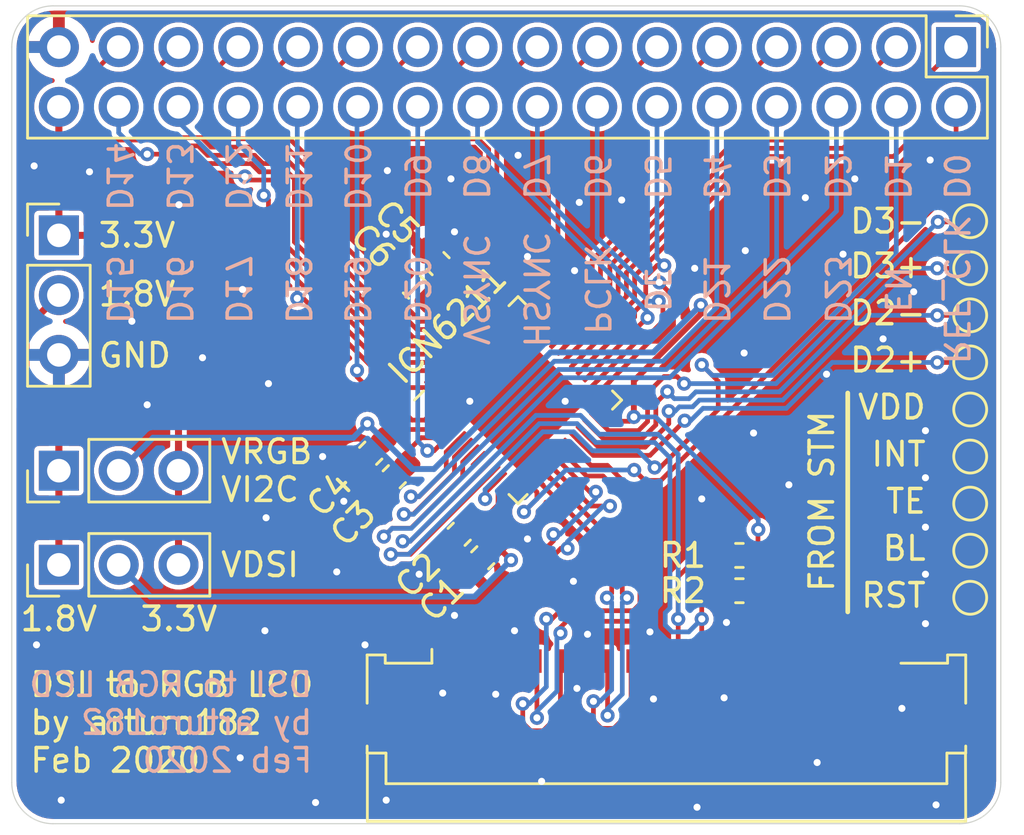
<source format=kicad_pcb>
(kicad_pcb (version 20200104) (host pcbnew "(5.99.0-861-ge93304566)")
  (layers (0 "F.Cu" signal) (31 "B.Cu" signal) (34 "B.Paste" user hide) (35 "F.Paste" user) (36 "B.SilkS" user hide) (37 "F.SilkS" user) (38 "B.Mask" user hide) (39 "F.Mask" user) (44 "Edge.Cuts" user))
  (net 0 "")
  (net 1 "VDD1")
  (net 2 "GND")
  (net 3 "VDD2")
  (net 4 "Net-(C5-Pad2)")
  (net 5 "Net-(J1-Pad20)")
  (net 6 "Net-(J1-Pad19)")
  (net 7 "Net-(J1-Pad18)")
  (net 8 "Net-(J1-Pad17)")
  (net 9 "Net-(J1-Pad14)")
  (net 10 "/SDA")
  (net 11 "/SCL")
  (net 12 "/DSI_D0+")
  (net 13 "/DSI_D0-")
  (net 14 "/DSI_CLK+")
  (net 15 "/DSI_CLK-")
  (net 16 "/DSI_D1+")
  (net 17 "/DSI_D1-")
  (net 18 "+3V3")
  (net 19 "+1V8")
  (net 20 "/DATA15")
  (net 21 "/DATA14")
  (net 22 "/DATA16")
  (net 23 "/DATA13")
  (net 24 "/DATA17")
  (net 25 "/DATA12")
  (net 26 "/DATA18")
  (net 27 "/DATA11")
  (net 28 "/DATA19")
  (net 29 "/DATA10")
  (net 30 "/DATA20")
  (net 31 "/DATA9")
  (net 32 "/VSYNC")
  (net 33 "/DATA8")
  (net 34 "/HSYNC")
  (net 35 "/DATA7")
  (net 36 "/PCLK")
  (net 37 "/DATA6")
  (net 38 "/DE")
  (net 39 "/DATA5")
  (net 40 "/DATA21")
  (net 41 "/DATA4")
  (net 42 "/DATA22")
  (net 43 "/DATA3")
  (net 44 "/DATA23")
  (net 45 "/DATA2")
  (net 46 "/EN")
  (net 47 "/DATA1")
  (net 48 "/REF_CLK")
  (net 49 "/DATA0")
  (net 50 "Net-(TP6-Pad1)")
  (net 51 "Net-(TP7-Pad1)")
  (net 52 "Net-(TP8-Pad1)")
  (net 53 "Net-(TP9-Pad1)")
  (net 54 "Net-(U1-Pad8)")
  (module "Package_DFN_QFN:QFN-48-1EP_6x6mm_P0.4mm_EP4.2x4.2mm" (layer "F.Cu") (at 147 46 45)
    (fp_text reference "U1" hide)
    (fp_text value "ICN6211")
    (pad "49" smd rect (at 0 0 45) (size 4.2 4.2) (layers "F.Cu" "F.Mask") (net 2 "GND"))
    (pad "48" smd roundrect (at -2.2 -2.95 45) (size 0.2 0.85) (layers "F.Cu" "F.Paste" "F.Mask") (net 24 "/DATA17"))
    (pad "47" smd roundrect (at -1.8 -2.95 45) (size 0.2 0.85) (layers "F.Cu" "F.Paste" "F.Mask") (net 22 "/DATA16"))
    (pad "46" smd roundrect (at -1.4 -2.95 45) (size 0.2 0.85) (layers "F.Cu" "F.Paste" "F.Mask") (net 20 "/DATA15"))
    (pad "45" smd roundrect (at -1 -2.95 45) (size 0.2 0.85) (layers "F.Cu" "F.Paste" "F.Mask") (net 21 "/DATA14"))
    (pad "44" smd roundrect (at -0.6 -2.95 45) (size 0.2 0.85) (layers "F.Cu" "F.Paste" "F.Mask") (net 23 "/DATA13"))
    (pad "43" smd roundrect (at -0.2 -2.95 45) (size 0.2 0.85) (layers "F.Cu" "F.Paste" "F.Mask") (net 25 "/DATA12"))
    (pad "42" smd roundrect (at 0.2 -2.95 45) (size 0.2 0.85) (layers "F.Cu" "F.Paste" "F.Mask") (net 27 "/DATA11"))
    (pad "41" smd roundrect (at 0.6 -2.95 45) (size 0.2 0.85) (layers "F.Cu" "F.Paste" "F.Mask") (net 29 "/DATA10"))
    (pad "40" smd roundrect (at 1 -2.95 45) (size 0.2 0.85) (layers "F.Cu" "F.Paste" "F.Mask") (net 4 "Net-(C5-Pad2)"))
    (pad "39" smd roundrect (at 1.4 -2.95 45) (size 0.2 0.85) (layers "F.Cu" "F.Paste" "F.Mask") (net 31 "/DATA9"))
    (pad "38" smd roundrect (at 1.8 -2.95 45) (size 0.2 0.85) (layers "F.Cu" "F.Paste" "F.Mask") (net 33 "/DATA8"))
    (pad "37" smd roundrect (at 2.2 -2.95 45) (size 0.2 0.85) (layers "F.Cu" "F.Paste" "F.Mask") (net 35 "/DATA7"))
    (pad "36" smd roundrect (at 2.95 -2.2 45) (size 0.85 0.2) (layers "F.Cu" "F.Paste" "F.Mask") (net 37 "/DATA6"))
    (pad "35" smd roundrect (at 2.95 -1.8 45) (size 0.85 0.2) (layers "F.Cu" "F.Paste" "F.Mask") (net 2 "GND"))
    (pad "34" smd roundrect (at 2.95 -1.4 45) (size 0.85 0.2) (layers "F.Cu" "F.Paste" "F.Mask") (net 39 "/DATA5"))
    (pad "33" smd roundrect (at 2.95 -1 45) (size 0.85 0.2) (layers "F.Cu" "F.Paste" "F.Mask") (net 41 "/DATA4"))
    (pad "32" smd roundrect (at 2.95 -0.6 45) (size 0.85 0.2) (layers "F.Cu" "F.Paste" "F.Mask") (net 43 "/DATA3"))
    (pad "31" smd roundrect (at 2.95 -0.2 45) (size 0.85 0.2) (layers "F.Cu" "F.Paste" "F.Mask") (net 45 "/DATA2"))
    (pad "30" smd roundrect (at 2.95 0.2 45) (size 0.85 0.2) (layers "F.Cu" "F.Paste" "F.Mask") (net 47 "/DATA1"))
    (pad "29" smd roundrect (at 2.95 0.6 45) (size 0.85 0.2) (layers "F.Cu" "F.Paste" "F.Mask") (net 49 "/DATA0"))
    (pad "28" smd roundrect (at 2.95 1 45) (size 0.85 0.2) (layers "F.Cu" "F.Paste" "F.Mask") (net 38 "/DE"))
    (pad "27" smd roundrect (at 2.95 1.4 45) (size 0.85 0.2) (layers "F.Cu" "F.Paste" "F.Mask") (net 32 "/VSYNC"))
    (pad "26" smd roundrect (at 2.95 1.8 45) (size 0.85 0.2) (layers "F.Cu" "F.Paste" "F.Mask") (net 34 "/HSYNC"))
    (pad "25" smd roundrect (at 2.95 2.2 45) (size 0.85 0.2) (layers "F.Cu" "F.Paste" "F.Mask") (net 36 "/PCLK"))
    (pad "24" smd roundrect (at 2.2 2.95 45) (size 0.2 0.85) (layers "F.Cu" "F.Paste" "F.Mask") (net 3 "VDD2"))
    (pad "23" smd roundrect (at 1.8 2.95 45) (size 0.2 0.85) (layers "F.Cu" "F.Paste" "F.Mask") (net 53 "Net-(TP9-Pad1)"))
    (pad "22" smd roundrect (at 1.4 2.95 45) (size 0.2 0.85) (layers "F.Cu" "F.Paste" "F.Mask") (net 52 "Net-(TP8-Pad1)"))
    (pad "21" smd roundrect (at 1 2.95 45) (size 0.2 0.85) (layers "F.Cu" "F.Paste" "F.Mask") (net 51 "Net-(TP7-Pad1)"))
    (pad "20" smd roundrect (at 0.6 2.95 45) (size 0.2 0.85) (layers "F.Cu" "F.Paste" "F.Mask") (net 50 "Net-(TP6-Pad1)"))
    (pad "19" smd roundrect (at 0.2 2.95 45) (size 0.2 0.85) (layers "F.Cu" "F.Paste" "F.Mask") (net 15 "/DSI_CLK-"))
    (pad "18" smd roundrect (at -0.2 2.95 45) (size 0.2 0.85) (layers "F.Cu" "F.Paste" "F.Mask") (net 14 "/DSI_CLK+"))
    (pad "17" smd roundrect (at -0.6 2.95 45) (size 0.2 0.85) (layers "F.Cu" "F.Paste" "F.Mask") (net 17 "/DSI_D1-"))
    (pad "16" smd roundrect (at -1 2.95 45) (size 0.2 0.85) (layers "F.Cu" "F.Paste" "F.Mask") (net 16 "/DSI_D1+"))
    (pad "15" smd roundrect (at -1.4 2.95 45) (size 0.2 0.85) (layers "F.Cu" "F.Paste" "F.Mask") (net 13 "/DSI_D0-"))
    (pad "14" smd roundrect (at -1.8 2.95 45) (size 0.2 0.85) (layers "F.Cu" "F.Paste" "F.Mask") (net 12 "/DSI_D0+"))
    (pad "13" smd roundrect (at -2.2 2.95 45) (size 0.2 0.85) (layers "F.Cu" "F.Paste" "F.Mask") (net 48 "/REF_CLK"))
    (pad "12" smd roundrect (at -2.95 2.2 45) (size 0.85 0.2) (layers "F.Cu" "F.Paste" "F.Mask") (net 1 "VDD1"))
    (pad "11" smd roundrect (at -2.95 1.8 45) (size 0.85 0.2) (layers "F.Cu" "F.Paste" "F.Mask") (net 46 "/EN"))
    (pad "10" smd roundrect (at -2.95 1.4 45) (size 0.85 0.2) (layers "F.Cu" "F.Paste" "F.Mask") (net 10 "/SDA"))
    (pad "9" smd roundrect (at -2.95 1 45) (size 0.85 0.2) (layers "F.Cu" "F.Paste" "F.Mask") (net 11 "/SCL"))
    (pad "8" smd roundrect (at -2.95 0.6 45) (size 0.85 0.2) (layers "F.Cu" "F.Paste" "F.Mask") (net 54 "Net-(U1-Pad8)"))
    (pad "7" smd roundrect (at -2.95 0.2 45) (size 0.85 0.2) (layers "F.Cu" "F.Paste" "F.Mask") (net 44 "/DATA23"))
    (pad "6" smd roundrect (at -2.95 -0.2 45) (size 0.85 0.2) (layers "F.Cu" "F.Paste" "F.Mask") (net 42 "/DATA22"))
    (pad "5" smd roundrect (at -2.95 -0.6 45) (size 0.85 0.2) (layers "F.Cu" "F.Paste" "F.Mask") (net 40 "/DATA21"))
    (pad "4" smd roundrect (at -2.95 -1 45) (size 0.85 0.2) (layers "F.Cu" "F.Paste" "F.Mask") (net 30 "/DATA20"))
    (pad "3" smd roundrect (at -2.95 -1.4 45) (size 0.85 0.2) (layers "F.Cu" "F.Paste" "F.Mask") (net 3 "VDD2"))
    (pad "2" smd roundrect (at -2.95 -1.8 45) (size 0.85 0.2) (layers "F.Cu" "F.Paste" "F.Mask") (net 28 "/DATA19"))
    (pad "1" smd roundrect (at -2.95 -2.2 45) (size 0.85 0.2) (layers "F.Cu" "F.Paste" "F.Mask") (net 26 "/DATA18"))
  )
  (module "TestPoint:TestPoint_Pad_D1.0mm" (layer "F.Cu") (at 166.2 38.4)
    (fp_text reference "TP9" hide)
    (fp_text value "TP_DSI_D3-")
    (pad "1" smd circle (at 0 0) (size 1 1) (layers "F.Cu" "F.Mask") (net 53 "Net-(TP9-Pad1)"))
  )
  (module "TestPoint:TestPoint_Pad_D1.0mm" (layer "F.Cu") (at 166.2 40.4)
    (fp_text reference "TP8" hide)
    (fp_text value "TP_DSI_D3+")
    (pad "1" smd circle (at 0 0) (size 1 1) (layers "F.Cu" "F.Mask") (net 52 "Net-(TP8-Pad1)"))
  )
  (module "TestPoint:TestPoint_Pad_D1.0mm" (layer "F.Cu") (at 166.2 42.4)
    (fp_text reference "TP7" hide)
    (fp_text value "TP_DSI_D2-")
    (pad "1" smd circle (at 0 0) (size 1 1) (layers "F.Cu" "F.Mask") (net 51 "Net-(TP7-Pad1)"))
  )
  (module "TestPoint:TestPoint_Pad_D1.0mm" (layer "F.Cu") (at 166.2 44.4)
    (fp_text reference "TP6" hide)
    (fp_text value "TP_DSI_D2+")
    (pad "1" smd circle (at 0 0) (size 1 1) (layers "F.Cu" "F.Mask") (net 50 "Net-(TP6-Pad1)"))
  )
  (module "TestPoint:TestPoint_Pad_D1.0mm" (layer "F.Cu") (at 166.2 46.4 -90)
    (fp_text reference "TP5" hide)
    (fp_text value "TP_STM_VDD")
    (pad "1" smd circle (at 0 0 270) (size 1 1) (layers "F.Cu" "F.Mask") (net 9 "Net-(J1-Pad14)"))
  )
  (module "TestPoint:TestPoint_Pad_D1.0mm" (layer "F.Cu") (at 166.2 54.4 -90)
    (fp_text reference "TP4" hide)
    (fp_text value "TP_STM_RST")
    (pad "1" smd circle (at 0 0 270) (size 1 1) (layers "F.Cu" "F.Mask") (net 5 "Net-(J1-Pad20)"))
  )
  (module "TestPoint:TestPoint_Pad_D1.0mm" (layer "F.Cu") (at 166.2 52.4 -90)
    (fp_text reference "TP3" hide)
    (fp_text value "TP_STM_BL")
    (pad "1" smd circle (at 0 0 270) (size 1 1) (layers "F.Cu" "F.Mask") (net 6 "Net-(J1-Pad19)"))
  )
  (module "TestPoint:TestPoint_Pad_D1.0mm" (layer "F.Cu") (at 166.2 50.4 -90)
    (fp_text reference "TP2" hide)
    (fp_text value "TP_STM_TE")
    (pad "1" smd circle (at 0 0 270) (size 1 1) (layers "F.Cu" "F.Mask") (net 7 "Net-(J1-Pad18)"))
  )
  (module "TestPoint:TestPoint_Pad_D1.0mm" (layer "F.Cu") (at 166.2 48.4 -90)
    (fp_text reference "TP1" hide)
    (fp_text value "TP_STM_INT")
    (pad "1" smd circle (at 0 0 270) (size 1 1) (layers "F.Cu" "F.Mask") (net 8 "Net-(J1-Pad17)"))
  )
  (module "Resistor_SMD:R_0603_1608Metric" (layer "F.Cu") (at 156.4 54.1 180)
    (fp_text reference "R2" (at 2.4 0) (layer "F.SilkS"))
    (fp_text value "4.7K")
    (pad "2" smd roundrect (at 0.7875 0 180) (size 0.875 0.95) (layers "F.Cu" "F.Paste" "F.Mask") (net 10 "/SDA"))
    (pad "1" smd roundrect (at -0.7875 0 180) (size 0.875 0.95) (layers "F.Cu" "F.Paste" "F.Mask") (net 3 "VDD2"))
  )
  (module "Resistor_SMD:R_0603_1608Metric" (layer "F.Cu") (at 156.4 52.6)
    (fp_text reference "R1" (at -2.4 0) (layer "F.SilkS"))
    (fp_text value "4.7K")
    (pad "2" smd roundrect (at 0.7875 0) (size 0.875 0.95) (layers "F.Cu" "F.Paste" "F.Mask") (net 3 "VDD2"))
    (pad "1" smd roundrect (at -0.7875 0) (size 0.875 0.95) (layers "F.Cu" "F.Paste" "F.Mask") (net 11 "/SCL"))
  )
  (module "Connector_PinHeader_2.54mm:PinHeader_2x16_P2.54mm_Vertical" (layer "F.Cu") (at 165.6 31 -90)
    (fp_text reference "J5" hide)
    (fp_text value "Conn_GPIO")
    (pad "32" thru_hole oval (at 2.54 38.1 270) (size 1.7 1.7) (drill 1) (layers *.Cu *.Mask) (net 18 "+3V3"))
    (pad "31" thru_hole oval (at 0 38.1 270) (size 1.7 1.7) (drill 1) (layers *.Cu *.Mask) (net 2 "GND"))
    (pad "30" thru_hole oval (at 2.54 35.56 270) (size 1.7 1.7) (drill 1) (layers *.Cu *.Mask) (net 20 "/DATA15"))
    (pad "29" thru_hole oval (at 0 35.56 270) (size 1.7 1.7) (drill 1) (layers *.Cu *.Mask) (net 21 "/DATA14"))
    (pad "28" thru_hole oval (at 2.54 33.02 270) (size 1.7 1.7) (drill 1) (layers *.Cu *.Mask) (net 22 "/DATA16"))
    (pad "27" thru_hole oval (at 0 33.02 270) (size 1.7 1.7) (drill 1) (layers *.Cu *.Mask) (net 23 "/DATA13"))
    (pad "26" thru_hole oval (at 2.54 30.48 270) (size 1.7 1.7) (drill 1) (layers *.Cu *.Mask) (net 24 "/DATA17"))
    (pad "25" thru_hole oval (at 0 30.48 270) (size 1.7 1.7) (drill 1) (layers *.Cu *.Mask) (net 25 "/DATA12"))
    (pad "24" thru_hole oval (at 2.54 27.94 270) (size 1.7 1.7) (drill 1) (layers *.Cu *.Mask) (net 26 "/DATA18"))
    (pad "23" thru_hole oval (at 0 27.94 270) (size 1.7 1.7) (drill 1) (layers *.Cu *.Mask) (net 27 "/DATA11"))
    (pad "22" thru_hole oval (at 2.54 25.4 270) (size 1.7 1.7) (drill 1) (layers *.Cu *.Mask) (net 28 "/DATA19"))
    (pad "21" thru_hole oval (at 0 25.4 270) (size 1.7 1.7) (drill 1) (layers *.Cu *.Mask) (net 29 "/DATA10"))
    (pad "20" thru_hole oval (at 2.54 22.86 270) (size 1.7 1.7) (drill 1) (layers *.Cu *.Mask) (net 30 "/DATA20"))
    (pad "19" thru_hole oval (at 0 22.86 270) (size 1.7 1.7) (drill 1) (layers *.Cu *.Mask) (net 31 "/DATA9"))
    (pad "18" thru_hole oval (at 2.54 20.32 270) (size 1.7 1.7) (drill 1) (layers *.Cu *.Mask) (net 32 "/VSYNC"))
    (pad "17" thru_hole oval (at 0 20.32 270) (size 1.7 1.7) (drill 1) (layers *.Cu *.Mask) (net 33 "/DATA8"))
    (pad "16" thru_hole oval (at 2.54 17.78 270) (size 1.7 1.7) (drill 1) (layers *.Cu *.Mask) (net 34 "/HSYNC"))
    (pad "15" thru_hole oval (at 0 17.78 270) (size 1.7 1.7) (drill 1) (layers *.Cu *.Mask) (net 35 "/DATA7"))
    (pad "14" thru_hole oval (at 2.54 15.24 270) (size 1.7 1.7) (drill 1) (layers *.Cu *.Mask) (net 36 "/PCLK"))
    (pad "13" thru_hole oval (at 0 15.24 270) (size 1.7 1.7) (drill 1) (layers *.Cu *.Mask) (net 37 "/DATA6"))
    (pad "12" thru_hole oval (at 2.54 12.7 270) (size 1.7 1.7) (drill 1) (layers *.Cu *.Mask) (net 38 "/DE"))
    (pad "11" thru_hole oval (at 0 12.7 270) (size 1.7 1.7) (drill 1) (layers *.Cu *.Mask) (net 39 "/DATA5"))
    (pad "10" thru_hole oval (at 2.54 10.16 270) (size 1.7 1.7) (drill 1) (layers *.Cu *.Mask) (net 40 "/DATA21"))
    (pad "9" thru_hole oval (at 0 10.16 270) (size 1.7 1.7) (drill 1) (layers *.Cu *.Mask) (net 41 "/DATA4"))
    (pad "8" thru_hole oval (at 2.54 7.62 270) (size 1.7 1.7) (drill 1) (layers *.Cu *.Mask) (net 42 "/DATA22"))
    (pad "7" thru_hole oval (at 0 7.62 270) (size 1.7 1.7) (drill 1) (layers *.Cu *.Mask) (net 43 "/DATA3"))
    (pad "6" thru_hole oval (at 2.54 5.08 270) (size 1.7 1.7) (drill 1) (layers *.Cu *.Mask) (net 44 "/DATA23"))
    (pad "5" thru_hole oval (at 0 5.08 270) (size 1.7 1.7) (drill 1) (layers *.Cu *.Mask) (net 45 "/DATA2"))
    (pad "4" thru_hole oval (at 2.54 2.54 270) (size 1.7 1.7) (drill 1) (layers *.Cu *.Mask) (net 46 "/EN"))
    (pad "3" thru_hole oval (at 0 2.54 270) (size 1.7 1.7) (drill 1) (layers *.Cu *.Mask) (net 47 "/DATA1"))
    (pad "2" thru_hole oval (at 2.54 0 270) (size 1.7 1.7) (drill 1) (layers *.Cu *.Mask) (net 48 "/REF_CLK"))
    (pad "1" thru_hole rect (at 0 0 270) (size 1.7 1.7) (drill 1) (layers *.Cu *.Mask) (net 49 "/DATA0"))
  )
  (module "Connector_PinHeader_2.54mm:PinHeader_1x03_P2.54mm_Vertical" (layer "F.Cu") (at 127.5 39)
    (fp_text reference "J4" hide)
    (fp_text value "Conn_PWR")
    (pad "3" thru_hole oval (at 0 5.08) (size 1.7 1.7) (drill 1) (layers *.Cu *.Mask) (net 2 "GND"))
    (pad "2" thru_hole oval (at 0 2.54) (size 1.7 1.7) (drill 1) (layers *.Cu *.Mask) (net 19 "+1V8"))
    (pad "1" thru_hole rect (at 0 0) (size 1.7 1.7) (drill 1) (layers *.Cu *.Mask) (net 18 "+3V3"))
  )
  (module "Connector_PinHeader_2.54mm:PinHeader_1x03_P2.54mm_Vertical" (layer "F.Cu") (at 127.5 49 90)
    (fp_text reference "J3" hide)
    (fp_text value "Conn_VDD2")
    (pad "3" thru_hole oval (at 0 5.08 90) (size 1.7 1.7) (drill 1) (layers *.Cu *.Mask) (net 18 "+3V3"))
    (pad "2" thru_hole oval (at 0 2.54 90) (size 1.7 1.7) (drill 1) (layers *.Cu *.Mask) (net 3 "VDD2"))
    (pad "1" thru_hole rect (at 0 0 90) (size 1.7 1.7) (drill 1) (layers *.Cu *.Mask) (net 19 "+1V8"))
  )
  (module "Connector_PinHeader_2.54mm:PinHeader_1x03_P2.54mm_Vertical" (layer "F.Cu") (at 127.5 53 90)
    (fp_text reference "J2" hide)
    (fp_text value "Conn_VDD1")
    (pad "3" thru_hole oval (at 0 5.08 90) (size 1.7 1.7) (drill 1) (layers *.Cu *.Mask) (net 18 "+3V3"))
    (pad "2" thru_hole oval (at 0 2.54 90) (size 1.7 1.7) (drill 1) (layers *.Cu *.Mask) (net 1 "VDD1"))
    (pad "1" thru_hole rect (at 0 0 90) (size 1.7 1.7) (drill 1) (layers *.Cu *.Mask) (net 19 "+1V8"))
  )
  (module "Connector_FFC-FPC:Molex_200528-0200_1x20-1MP_P1.00mm_Horizontal" (layer "F.Cu") (at 153.3 58)
    (fp_text reference "J1" hide)
    (fp_text value "Conn_STM32MP1")
    (pad "20" smd rect (at 9.5 -0.91) (size 0.4 1) (layers "F.Cu" "F.Paste" "F.Mask") (net 5 "Net-(J1-Pad20)"))
    (pad "19" smd rect (at 8.5 -0.91) (size 0.4 1) (layers "F.Cu" "F.Paste" "F.Mask") (net 6 "Net-(J1-Pad19)"))
    (pad "18" smd rect (at 7.5 -0.91) (size 0.4 1) (layers "F.Cu" "F.Paste" "F.Mask") (net 7 "Net-(J1-Pad18)"))
    (pad "17" smd rect (at 6.5 -0.91) (size 0.4 1) (layers "F.Cu" "F.Paste" "F.Mask") (net 8 "Net-(J1-Pad17)"))
    (pad "16" smd rect (at 5.5 -0.91) (size 0.4 1) (layers "F.Cu" "F.Paste" "F.Mask") (net 2 "GND"))
    (pad "15" smd rect (at 4.5 -0.91) (size 0.4 1) (layers "F.Cu" "F.Paste" "F.Mask") (net 9 "Net-(J1-Pad14)"))
    (pad "14" smd rect (at 3.5 -0.91) (size 0.4 1) (layers "F.Cu" "F.Paste" "F.Mask") (net 9 "Net-(J1-Pad14)"))
    (pad "13" smd rect (at 2.5 -0.91) (size 0.4 1) (layers "F.Cu" "F.Paste" "F.Mask") (net 2 "GND"))
    (pad "12" smd rect (at 1.5 -0.91) (size 0.4 1) (layers "F.Cu" "F.Paste" "F.Mask") (net 10 "/SDA"))
    (pad "11" smd rect (at 0.5 -0.91) (size 0.4 1) (layers "F.Cu" "F.Paste" "F.Mask") (net 11 "/SCL"))
    (pad "10" smd rect (at -0.5 -0.91) (size 0.4 1) (layers "F.Cu" "F.Paste" "F.Mask") (net 2 "GND"))
    (pad "9" smd rect (at -1.5 -0.91) (size 0.4 1) (layers "F.Cu" "F.Paste" "F.Mask") (net 12 "/DSI_D0+"))
    (pad "8" smd rect (at -2.5 -0.91) (size 0.4 1) (layers "F.Cu" "F.Paste" "F.Mask") (net 13 "/DSI_D0-"))
    (pad "7" smd rect (at -3.5 -0.91) (size 0.4 1) (layers "F.Cu" "F.Paste" "F.Mask") (net 2 "GND"))
    (pad "6" smd rect (at -4.5 -0.91) (size 0.4 1) (layers "F.Cu" "F.Paste" "F.Mask") (net 14 "/DSI_CLK+"))
    (pad "5" smd rect (at -5.5 -0.91) (size 0.4 1) (layers "F.Cu" "F.Paste" "F.Mask") (net 15 "/DSI_CLK-"))
    (pad "4" smd rect (at -6.5 -0.91) (size 0.4 1) (layers "F.Cu" "F.Paste" "F.Mask") (net 2 "GND"))
    (pad "3" smd rect (at -7.5 -0.91) (size 0.4 1) (layers "F.Cu" "F.Paste" "F.Mask") (net 16 "/DSI_D1+"))
    (pad "2" smd rect (at -8.5 -0.91) (size 0.4 1) (layers "F.Cu" "F.Paste" "F.Mask") (net 17 "/DSI_D1-"))
    (pad "1" smd rect (at -9.5 -0.91) (size 0.4 1) (layers "F.Cu" "F.Paste" "F.Mask") (net 2 "GND"))
    (pad "MP" smd rect (at 12.3 1.79) (size 2 1.3) (layers "F.Cu" "F.Paste" "F.Mask"))
    (pad "MP" smd rect (at -12.3 1.79) (size 2 1.3) (layers "F.Cu" "F.Paste" "F.Mask"))
  )
  (module "Capacitor_SMD:C_0603_1608Metric" (layer "F.Cu") (at 142.6 41.2 -45)
    (fp_text reference "C6" (at -2.474874 0 135) (layer "F.SilkS"))
    (fp_text value "1uF")
    (pad "2" smd roundrect (at 0.7875 0 315) (size 0.875 0.95) (layers "F.Cu" "F.Paste" "F.Mask") (net 4 "Net-(C5-Pad2)"))
    (pad "1" smd roundrect (at -0.7875 0 315) (size 0.875 0.95) (layers "F.Cu" "F.Paste" "F.Mask") (net 2 "GND"))
  )
  (module "Capacitor_SMD:C_0603_1608Metric" (layer "F.Cu") (at 143.6 40.2 -45)
    (fp_text reference "C5" (at -2.474874 0 135) (layer "F.SilkS"))
    (fp_text value "10nF")
    (pad "2" smd roundrect (at 0.7875 0 315) (size 0.875 0.95) (layers "F.Cu" "F.Paste" "F.Mask") (net 4 "Net-(C5-Pad2)"))
    (pad "1" smd roundrect (at -0.7875 0 315) (size 0.875 0.95) (layers "F.Cu" "F.Paste" "F.Mask") (net 2 "GND"))
  )
  (module "Capacitor_SMD:C_0603_1608Metric" (layer "F.Cu") (at 140.743153 48.256847 45)
    (fp_text reference "C4" (at -2.474874 0 45) (layer "F.SilkS"))
    (fp_text value "1uF")
    (pad "2" smd roundrect (at 0.7875 0 45) (size 0.875 0.95) (layers "F.Cu" "F.Paste" "F.Mask") (net 3 "VDD2"))
    (pad "1" smd roundrect (at -0.7875 0 45) (size 0.875 0.95) (layers "F.Cu" "F.Paste" "F.Mask") (net 2 "GND"))
  )
  (module "Capacitor_SMD:C_0603_1608Metric" (layer "F.Cu") (at 141.743153 49.256847 45)
    (fp_text reference "C3" (at -2.65165 0.176777 45) (layer "F.SilkS"))
    (fp_text value "10nF")
    (pad "2" smd roundrect (at 0.7875 0 45) (size 0.875 0.95) (layers "F.Cu" "F.Paste" "F.Mask") (net 3 "VDD2"))
    (pad "1" smd roundrect (at -0.7875 0 45) (size 0.875 0.95) (layers "F.Cu" "F.Paste" "F.Mask") (net 2 "GND"))
  )
  (module "Capacitor_SMD:C_0603_1608Metric" (layer "F.Cu") (at 144.5 51.7 45)
    (fp_text reference "C2" (at -2.474874 0 45) (layer "F.SilkS"))
    (fp_text value "1uF")
    (pad "2" smd roundrect (at 0.7875 0 45) (size 0.875 0.95) (layers "F.Cu" "F.Paste" "F.Mask") (net 1 "VDD1"))
    (pad "1" smd roundrect (at -0.7875 0 45) (size 0.875 0.95) (layers "F.Cu" "F.Paste" "F.Mask") (net 2 "GND"))
  )
  (module "Capacitor_SMD:C_0603_1608Metric" (layer "F.Cu") (at 145.5 52.7 45)
    (fp_text reference "C1" (at -2.474874 0 45) (layer "F.SilkS"))
    (fp_text value "10nF")
    (pad "2" smd roundrect (at 0.7875 0 45) (size 0.875 0.95) (layers "F.Cu" "F.Paste" "F.Mask") (net 1 "VDD1"))
    (pad "1" smd roundrect (at -0.7875 0 45) (size 0.875 0.95) (layers "F.Cu" "F.Paste" "F.Mask") (net 2 "GND"))
  )
  (gr_text "ICN6211" (at 144 42.8 45) (layer "F.SilkS") (effects (font (size 1 1))))
  (gr_line (start 161 45.7) (end 161 55) (layer "F.SilkS") (width 0.2))
  (gr_text "FROM STM" (at 159.9 50.3 90) (layer "F.SilkS") (effects (font (size 1 1))))
  (gr_text "D0" (at 165.6 36.5 270) (layer "B.SilkS") (effects (font (size 1 1)) (justify mirror)))
  (gr_text "REF_CLK" (at 165.6 41.3 270) (layer "B.SilkS") (effects (font (size 1 1)) (justify mirror)))
  (gr_text "D2" (at 160.55 36.5 270) (layer "B.SilkS") (effects (font (size 1 1)) (justify mirror)))
  (gr_text "EN" (at 163.1 41.3 270) (layer "B.SilkS") (effects (font (size 1 1)) (justify mirror)))
  (gr_text "D23" (at 160.55 41.3 270) (layer "B.SilkS") (effects (font (size 1 1)) (justify mirror)))
  (gr_text "D1" (at 163.1 36.5 270) (layer "B.SilkS") (effects (font (size 1 1)) (justify mirror)))
  (gr_text "D3" (at 157.95 36.5 270) (layer "B.SilkS") (effects (font (size 1 1)) (justify mirror)))
  (gr_text "D21" (at 155.4 41.3 270) (layer "B.SilkS") (effects (font (size 1 1)) (justify mirror)))
  (gr_text "DE" (at 152.9 41.3 270) (layer "B.SilkS") (effects (font (size 1 1)) (justify mirror)))
  (gr_text "PCLK" (at 150.35 41.3 270) (layer "B.SilkS") (effects (font (size 1 1)) (justify mirror)))
  (gr_text "D22" (at 157.95 41.3 270) (layer "B.SilkS") (effects (font (size 1 1)) (justify mirror)))
  (gr_text "D4" (at 155.4 36.5 270) (layer "B.SilkS") (effects (font (size 1 1)) (justify mirror)))
  (gr_text "D6" (at 150.35 36.5 270) (layer "B.SilkS") (effects (font (size 1 1)) (justify mirror)))
  (gr_text "D5" (at 152.9 36.5 270) (layer "B.SilkS") (effects (font (size 1 1)) (justify mirror)))
  (gr_text "D19" (at 140.15 41.3 270) (layer "B.SilkS") (effects (font (size 1 1)) (justify mirror)))
  (gr_text "D8" (at 145.2 36.5 270) (layer "B.SilkS") (effects (font (size 1 1)) (justify mirror)))
  (gr_text "D7" (at 147.75 36.5 270) (layer "B.SilkS") (effects (font (size 1 1)) (justify mirror)))
  (gr_text "HSYNC" (at 147.75 41.3 270) (layer "B.SilkS") (effects (font (size 1 1)) (justify mirror)))
  (gr_text "D9" (at 142.7 36.5 270) (layer "B.SilkS") (effects (font (size 1 1)) (justify mirror)))
  (gr_text "VSYNC" (at 145.2 41.3 270) (layer "B.SilkS") (effects (font (size 1 1)) (justify mirror)))
  (gr_text "D20" (at 142.7 41.3 270) (layer "B.SilkS") (effects (font (size 1 1)) (justify mirror)))
  (gr_text "D10" (at 140.15 36.5 270) (layer "B.SilkS") (effects (font (size 1 1)) (justify mirror)))
  (gr_text "D17" (at 135.1 41.3 270) (layer "B.SilkS") (effects (font (size 1 1)) (justify mirror)))
  (gr_text "D11" (at 137.65 36.5 270) (layer "B.SilkS") (effects (font (size 1 1)) (justify mirror)))
  (gr_text "D18" (at 137.65 41.3 270) (layer "B.SilkS") (effects (font (size 1 1)) (justify mirror)))
  (gr_text "D12" (at 135.1 36.5 270) (layer "B.SilkS") (effects (font (size 1 1)) (justify mirror)))
  (gr_text "D16" (at 132.6 41.3 270) (layer "B.SilkS") (effects (font (size 1 1)) (justify mirror)))
  (gr_text "D13" (at 132.6 36.5 270) (layer "B.SilkS") (effects (font (size 1 1)) (justify mirror)))
  (gr_text "D15" (at 130.05 41.3 270) (layer "B.SilkS") (effects (font (size 1 1)) (justify mirror)))
  (gr_text "D14" (at 130.05 36.5 270) (layer "B.SilkS") (effects (font (size 1 1)) (justify mirror)))
  (gr_text "DSI to RGB LCD\nby arturo182\nFeb 2020" (at 138.35 59.7) (layer "B.SilkS") (effects (font (size 1 1)) (justify left mirror)))
  (gr_text "DSI to RGB LCD\nby arturo182\nFeb 2020" (at 126.2 59.7) (layer "F.SilkS") (effects (font (size 1 1)) (justify left)))
  (gr_text "RST" (at 164.4 54.3) (layer "F.SilkS") (effects (font (size 1 1)) (justify right)))
  (gr_text "BL" (at 164.4 52.3) (layer "F.SilkS") (effects (font (size 1 1)) (justify right)))
  (gr_text "TE" (at 164.4 50.3) (layer "F.SilkS") (effects (font (size 1 1)) (justify right)))
  (gr_text "INT" (at 164.4 48.3) (layer "F.SilkS") (effects (font (size 1 1)) (justify right)))
  (gr_text "VDD" (at 164.4 46.3) (layer "F.SilkS") (effects (font (size 1 1)) (justify right)))
  (gr_text "D2+" (at 164.4 44.3) (layer "F.SilkS") (effects (font (size 1 1)) (justify right)))
  (gr_text "D2-" (at 164.4 42.3) (layer "F.SilkS") (effects (font (size 1 1)) (justify right)))
  (gr_text "D3+" (at 164.4 40.3) (layer "F.SilkS") (effects (font (size 1 1)) (justify right)))
  (gr_text "D3-" (at 164.4 38.4) (layer "F.SilkS") (effects (font (size 1 1)) (justify right)))
  (gr_text "VDSI" (at 134.3 53) (layer "F.SilkS") (effects (font (size 1 1)) (justify left)))
  (gr_text "VRGB\nVI2C" (at 134.3 49) (layer "F.SilkS") (effects (font (size 1 1)) (justify left)))
  (gr_text "1.8V" (at 127.5 55.3) (layer "F.SilkS") (effects (font (size 1 1))))
  (gr_text "3.3V" (at 132.6 55.3) (layer "F.SilkS") (effects (font (size 1 1))))
  (gr_text "GND" (at 129.1 44.1) (layer "F.SilkS") (effects (font (size 1 1)) (justify left)))
  (gr_text "1.8V" (at 129.1 41.5) (layer "F.SilkS") (effects (font (size 1 1)) (justify left)))
  (gr_text "3.3V" (at 129.1 39) (layer "F.SilkS") (effects (font (size 1 1)) (justify left)))
  (gr_arc (start 165.75 62.25) (end 165.75 64) (angle -90) (layer "Edge.Cuts") (width 0.05))
  (gr_arc (start 127.25 62.25) (end 125.5 62.25) (angle -90) (layer "Edge.Cuts") (width 0.05))
  (gr_arc (start 127.25 31) (end 127.25 29.25) (angle -90) (layer "Edge.Cuts") (width 0.05))
  (gr_arc (start 165.75 31) (end 167.5 31) (angle -90) (layer "Edge.Cuts") (width 0.05))
  (gr_line (start 125.5 62.25) (end 125.5 31) (layer "Edge.Cuts") (width 0.05))
  (gr_line (start 165.75 64) (end 127.25 64) (layer "Edge.Cuts") (width 0.05))
  (gr_line (start 167.5 31) (end 167.5 62.25) (layer "Edge.Cuts") (width 0.05))
  (gr_line (start 127.25 29.25) (end 165.75 29.25) (layer "Edge.Cuts") (width 0.05))
  (gr_line (start 140.6 63.9) (end 166 63.9) (layer "F.SilkS") (width 0.12))
  (gr_line (start 140.6 63.9) (end 140.6 61) (layer "F.SilkS") (width 0.12))
  (gr_line (start 166.01 63.9) (end 166 61) (layer "F.SilkS") (width 0.12))
  (segment (start 141.3 47.7) (end 141.8 48.2) (width 0.2) (layer "F.Cu") (net 3))
  (segment (start 141.8 48.2) (end 142.3 48.7) (width 0.2) (layer "F.Cu") (net 3))
  (segment (start 145.056847 51.143153) (end 146.056847 52.143153) (width 0.2) (layer "F.Cu") (net 1))
  (via (at 145.6 50.2) (size 0.6) (drill 0.3) (layers "F.Cu" "B.Cu") (net 46))
  (segment (start 146.186827 49.358757) (end 145.6 49.945584) (width 0.2) (layer "F.Cu") (net 46))
  (segment (start 145.6 49.945584) (end 145.6 50.2) (width 0.2) (layer "F.Cu") (net 46))
  (segment (start 145.2 50.8) (end 144.956847 51.043153) (width 0.2) (layer "F.Cu") (net 1))
  (segment (start 146.15 50.45) (end 145.8 50.8) (width 0.2) (layer "F.Cu") (net 1))
  (segment (start 146.46967 49.6416) (end 146.15 49.96127) (width 0.2) (layer "F.Cu") (net 1))
  (segment (start 146.15 49.96127) (end 146.15 50.45) (width 0.2) (layer "F.Cu") (net 1))
  (via (at 146.7 52.8) (size 0.6) (drill 0.3) (layers "F.Cu" "B.Cu") (net 1))
  (segment (start 146.056847 52.143153) (end 146.056847 52.156847) (width 0.25) (layer "F.Cu") (net 1))
  (segment (start 146.056847 52.156847) (end 146.7 52.8) (width 0.25) (layer "F.Cu") (net 1))
  (via (at 140.6 47) (size 0.6) (drill 0.3) (layers "F.Cu" "B.Cu") (net 3))
  (segment (start 141.3 47.7) (end 140.6 47) (width 0.25) (layer "F.Cu") (net 3))
  (segment (start 143.513694 41.4) (end 143.156847 41.756847) (width 0.2) (layer "F.Cu") (net 4))
  (segment (start 143.807107 41.392893) (end 143.807107 41.107107) (width 0.2) (layer "F.Cu") (net 4))
  (segment (start 143.807107 41.107107) (end 143.806847 41.106847) (width 0.2) (layer "F.Cu") (net 4))
  (segment (start 145.621142 43.206928) (end 143.807107 41.392893) (width 0.2) (layer "F.Cu") (net 4))
  (segment (start 143.807107 41.392893) (end 143.714214 41.3) (width 0.2) (layer "F.Cu") (net 4))
  (segment (start 144.156847 40.756847) (end 143.806847 41.106847) (width 0.2) (layer "F.Cu") (net 4))
  (segment (start 143.806847 41.106847) (end 143.156847 41.756847) (width 0.2) (layer "F.Cu") (net 4))
  (segment (start 143.520801 41.392893) (end 143.513694 41.4) (width 0.2) (layer "F.Cu") (net 4))
  (segment (start 143.807107 41.392893) (end 143.520801 41.392893) (width 0.2) (layer "F.Cu") (net 4))
  (segment (start 144.498451 42.649923) (end 145.338299 43.489771) (width 0.2) (layer "F.Cu") (net 29))
  (segment (start 143.449923 42.649923) (end 143.750077 42.649923) (width 0.2) (layer "F.Cu") (net 29))
  (segment (start 143.449923 42.649923) (end 144.498451 42.649923) (width 0.2) (layer "F.Cu") (net 29))
  (via (at 137.624148 41.675852) (size 0.6) (drill 0.3) (layers "F.Cu" "B.Cu") (net 26))
  (segment (start 137.624148 33.575852) (end 137.66 33.54) (width 0.2) (layer "B.Cu") (net 26))
  (segment (start 137.624148 41.675852) (end 137.624148 33.575852) (width 0.2) (layer "B.Cu") (net 26))
  (via (at 140.161091 44.738909) (size 0.6) (drill 0.3) (layers "F.Cu" "B.Cu") (net 28))
  (segment (start 140.161091 33.578909) (end 140.2 33.54) (width 0.2) (layer "B.Cu") (net 28))
  (segment (start 140.161091 44.738909) (end 140.161091 33.578909) (width 0.2) (layer "B.Cu") (net 28))
  (segment (start 130.1 49) (end 130.04 49) (width 0.25) (layer "B.Cu") (net 3))
  (segment (start 131.5 47.6) (end 130.1 49) (width 0.25) (layer "B.Cu") (net 3))
  (segment (start 140.6 47) (end 140 47.6) (width 0.25) (layer "B.Cu") (net 3))
  (segment (start 140 47.6) (end 131.5 47.6) (width 0.25) (layer "B.Cu") (net 3))
  (via (at 147.25 50.75) (size 0.6) (drill 0.3) (layers "F.Cu" "B.Cu") (net 48))
  (segment (start 147.8 50.2) (end 147.25 50.75) (width 0.2) (layer "F.Cu") (net 48))
  (segment (start 147.53033 49.6416) (end 147.8 49.91127) (width 0.2) (layer "F.Cu") (net 48))
  (segment (start 147.8 49.91127) (end 147.8 50.2) (width 0.2) (layer "F.Cu") (net 48))
  (segment (start 145.4 50.8) (end 145.6 50.8) (width 0.2) (layer "F.Cu") (net 1))
  (segment (start 145.8 50.8) (end 145.6 50.8) (width 0.2) (layer "F.Cu") (net 1))
  (segment (start 145.056847 51.143153) (end 145.4 50.8) (width 0.2) (layer "F.Cu") (net 1))
  (segment (start 145.6 50.8) (end 145.2 50.8) (width 0.2) (layer "F.Cu") (net 1))
  (segment (start 144.8 56.79) (end 145.075 56.515) (width 0.2) (layer "F.Cu") (net 17))
  (segment (start 144.8 57.09) (end 144.8 56.79) (width 0.2) (layer "F.Cu") (net 17))
  (segment (start 145.8 57.09) (end 145.8 56.79) (width 0.2) (layer "F.Cu") (net 16))
  (segment (start 145.8 56.79) (end 145.525 56.515) (width 0.2) (layer "F.Cu") (net 16))
  (segment (start 145.075 55.406801) (end 148.499479 51.982322) (width 0.2) (layer "F.Cu") (net 17))
  (segment (start 145.075 56.515) (end 145.075 55.406801) (width 0.2) (layer "F.Cu") (net 17))
  (via (at 148.499479 51.699479) (size 0.6) (drill 0.3) (layers "F.Cu" "B.Cu") (net 17))
  (segment (start 145.525 55.593199) (end 148.817678 52.300521) (width 0.2) (layer "F.Cu") (net 16))
  (via (at 149.100521 52.300521) (size 0.6) (drill 0.3) (layers "F.Cu" "B.Cu") (net 16))
  (segment (start 148.499479 51.982322) (end 148.499479 51.699479) (width 0.2) (layer "F.Cu") (net 17))
  (segment (start 145.525 56.515) (end 145.525 55.593199) (width 0.2) (layer "F.Cu") (net 16))
  (segment (start 148.817678 52.300521) (end 149.100521 52.300521) (width 0.2) (layer "F.Cu") (net 16))
  (via (at 150.3 49.9) (size 0.6) (drill 0.3) (layers "F.Cu" "B.Cu") (net 17))
  (via (at 150.901042 50.501042) (size 0.6) (drill 0.3) (layers "F.Cu" "B.Cu") (net 16))
  (segment (start 148.131372 49.075914) (end 151.425 52.369542) (width 0.2) (layer "F.Cu") (net 13))
  (segment (start 150.975 54.2) (end 150.775 54.4) (width 0.2) (layer "F.Cu") (net 12))
  (segment (start 151.425 54.2) (end 151.625 54.4) (width 0.2) (layer "F.Cu") (net 13))
  (via (at 151.625 54.4) (size 0.6) (drill 0.3) (layers "F.Cu" "B.Cu") (net 13))
  (segment (start 148.096016 49.075914) (end 148.131372 49.075914) (width 0.2) (layer "F.Cu") (net 13))
  (segment (start 147.813173 49.358757) (end 147.813173 49.394113) (width 0.2) (layer "F.Cu") (net 12))
  (segment (start 147.813173 49.394113) (end 150.975 52.55594) (width 0.2) (layer "F.Cu") (net 12))
  (segment (start 151.425 52.369542) (end 151.425 54.2) (width 0.2) (layer "F.Cu") (net 13))
  (via (at 150.775 54.4) (size 0.6) (drill 0.3) (layers "F.Cu" "B.Cu") (net 12))
  (segment (start 150.975 52.55594) (end 150.975 54.2) (width 0.2) (layer "F.Cu") (net 12))
  (segment (start 150.800521 59.117678) (end 150.800521 59.400521) (width 0.2) (layer "B.Cu") (net 13))
  (segment (start 151.625 54.4) (end 151.425 54.6) (width 0.2) (layer "B.Cu") (net 13))
  (segment (start 151.425 54.6) (end 151.425 58.493199) (width 0.2) (layer "B.Cu") (net 13))
  (via (at 150.800521 59.400521) (size 0.6) (drill 0.3) (layers "F.Cu" "B.Cu") (net 13))
  (segment (start 151.425 58.493199) (end 150.800521 59.117678) (width 0.2) (layer "B.Cu") (net 13))
  (via (at 150.199479 58.799479) (size 0.6) (drill 0.3) (layers "F.Cu" "B.Cu") (net 12))
  (segment (start 150.975 58.306801) (end 150.482322 58.799479) (width 0.2) (layer "B.Cu") (net 12))
  (segment (start 150.482322 58.799479) (end 150.199479 58.799479) (width 0.2) (layer "B.Cu") (net 12))
  (segment (start 150.775 54.4) (end 150.975 54.6) (width 0.2) (layer "B.Cu") (net 12))
  (segment (start 150.975 54.6) (end 150.975 58.306801) (width 0.2) (layer "B.Cu") (net 12))
  (segment (start 150.800521 57.090521) (end 150.8 57.09) (width 0.2) (layer "F.Cu") (net 13))
  (segment (start 150.800521 59.400521) (end 150.800521 57.090521) (width 0.2) (layer "F.Cu") (net 13))
  (segment (start 151.8 59.215044) (end 151.8 57.09) (width 0.2) (layer "F.Cu") (net 12))
  (segment (start 151.064522 59.950522) (end 151.8 59.215044) (width 0.2) (layer "F.Cu") (net 12))
  (segment (start 150.199479 59.613481) (end 150.53652 59.950522) (width 0.2) (layer "F.Cu") (net 12))
  (segment (start 150.53652 59.950522) (end 151.064522 59.950522) (width 0.2) (layer "F.Cu") (net 12))
  (segment (start 150.199479 58.799479) (end 150.199479 59.613481) (width 0.2) (layer "F.Cu") (net 12))
  (segment (start 150.150951 49.999479) (end 150.199479 49.999479) (width 0.2) (layer "F.Cu") (net 17))
  (segment (start 150.08704 50.501042) (end 150.901042 50.501042) (width 0.2) (layer "F.Cu") (net 16))
  (segment (start 148.37907 48.793072) (end 150.08704 50.501042) (width 0.2) (layer "F.Cu") (net 16))
  (segment (start 148.378858 48.793072) (end 148.37907 48.793072) (width 0.2) (layer "F.Cu") (net 16))
  (segment (start 150.051472 49.9) (end 148.661701 48.510229) (width 0.2) (layer "F.Cu") (net 17))
  (segment (start 150.3 49.9) (end 150.051472 49.9) (width 0.2) (layer "F.Cu") (net 17))
  (segment (start 148.782322 51.699479) (end 148.499479 51.699479) (width 0.2) (layer "B.Cu") (net 17))
  (segment (start 150.298958 50.182843) (end 148.782322 51.699479) (width 0.2) (layer "B.Cu") (net 17))
  (segment (start 150.3 49.9) (end 150.3 50.182843) (width 0.2) (layer "B.Cu") (net 17))
  (segment (start 150.3 50.182843) (end 150.298958 50.182843) (width 0.2) (layer "B.Cu") (net 17))
  (segment (start 149.100521 52.017678) (end 149.100521 52.300521) (width 0.2) (layer "B.Cu") (net 16))
  (segment (start 150.901042 50.501042) (end 150.617157 50.501042) (width 0.2) (layer "B.Cu") (net 16))
  (segment (start 150.617157 50.501042) (end 149.100521 52.017678) (width 0.2) (layer "B.Cu") (net 16))
  (segment (start 149.262744 47.944544) (end 150.0932 48.775) (width 0.2) (layer "F.Cu") (net 15))
  (segment (start 149.227386 47.944544) (end 149.262744 47.944544) (width 0.2) (layer "F.Cu") (net 15))
  (segment (start 148.944544 48.262744) (end 149.9068 49.225) (width 0.2) (layer "F.Cu") (net 14))
  (segment (start 148.944544 48.227386) (end 148.944544 48.262744) (width 0.2) (layer "F.Cu") (net 14))
  (segment (start 150.0932 48.775) (end 150.7932 48.775) (width 0.2) (layer "F.Cu") (net 15))
  (segment (start 149.9068 49.225) (end 150.6068 49.225) (width 0.2) (layer "F.Cu") (net 14))
  (segment (start 150.7932 48.775) (end 152.625 50.6068) (width 0.2) (layer "F.Cu") (net 15))
  (segment (start 150.6068 49.225) (end 152.175 50.7932) (width 0.2) (layer "F.Cu") (net 14))
  (segment (start 152.075393 55.399992) (end 149.06094 55.399992) (width 0.2) (layer "F.Cu") (net 15))
  (segment (start 149.06094 55.399992) (end 148.800521 55.660411) (width 0.2) (layer "F.Cu") (net 15))
  (segment (start 152.175 50.7932) (end 152.175001 54.664001) (width 0.2) (layer "F.Cu") (net 14))
  (segment (start 152.624992 54.850393) (end 152.075393 55.399992) (width 0.2) (layer "F.Cu") (net 15))
  (via (at 148.199479 55.299479) (size 0.6) (drill 0.3) (layers "F.Cu" "B.Cu") (net 14))
  (segment (start 148.800521 55.660411) (end 148.800521 55.900521) (width 0.2) (layer "F.Cu") (net 15))
  (segment (start 152.175001 54.664001) (end 151.889001 54.950001) (width 0.2) (layer "F.Cu") (net 14))
  (segment (start 148.789067 54.950001) (end 148.439589 55.299479) (width 0.2) (layer "F.Cu") (net 14))
  (segment (start 148.439589 55.299479) (end 148.199479 55.299479) (width 0.2) (layer "F.Cu") (net 14))
  (segment (start 151.889001 54.950001) (end 148.789067 54.950001) (width 0.2) (layer "F.Cu") (net 14))
  (via (at 148.800521 55.900521) (size 0.6) (drill 0.3) (layers "F.Cu" "B.Cu") (net 15))
  (segment (start 152.625 51.793199) (end 152.624992 51.793207) (width 0.2) (layer "F.Cu") (net 15))
  (segment (start 152.625 50.6068) (end 152.625 51.793199) (width 0.2) (layer "F.Cu") (net 15))
  (segment (start 152.624992 51.793207) (end 152.624992 54.850393) (width 0.2) (layer "F.Cu") (net 15))
  (segment (start 148.649478 58.368721) (end 147.800521 59.217678) (width 0.2) (layer "B.Cu") (net 15))
  (segment (start 147.800521 59.217678) (end 147.800521 59.500521) (width 0.2) (layer "B.Cu") (net 15))
  (segment (start 148.649479 56.051563) (end 148.649478 58.368721) (width 0.2) (layer "B.Cu") (net 15))
  (segment (start 148.800521 55.900521) (end 148.649479 56.051563) (width 0.2) (layer "B.Cu") (net 15))
  (segment (start 148.199479 58.182322) (end 147.482322 58.899479) (width 0.2) (layer "B.Cu") (net 14))
  (segment (start 147.482322 58.899479) (end 147.199479 58.899479) (width 0.2) (layer "B.Cu") (net 14))
  (via (at 147.800521 59.500521) (size 0.6) (drill 0.3) (layers "F.Cu" "B.Cu") (net 15))
  (via (at 147.199479 58.899479) (size 0.6) (drill 0.3) (layers "F.Cu" "B.Cu") (net 14))
  (segment (start 148.199479 55.299479) (end 148.199479 58.182322) (width 0.2) (layer "B.Cu") (net 14))
  (segment (start 147.800521 57.090521) (end 147.8 57.09) (width 0.2) (layer "F.Cu") (net 15))
  (segment (start 147.800521 59.500521) (end 147.800521 57.090521) (width 0.2) (layer "F.Cu") (net 15))
  (segment (start 148.8 59.315044) (end 148.8 57.09) (width 0.2) (layer "F.Cu") (net 14))
  (segment (start 147.53652 60.050522) (end 148.064522 60.050522) (width 0.2) (layer "F.Cu") (net 14))
  (segment (start 147.199479 58.899479) (end 147.199479 59.713481) (width 0.2) (layer "F.Cu") (net 14))
  (segment (start 148.064522 60.050522) (end 148.8 59.315044) (width 0.2) (layer "F.Cu") (net 14))
  (segment (start 147.199479 59.713481) (end 147.53652 60.050522) (width 0.2) (layer "F.Cu") (net 14))
  (segment (start 155.1 54.1) (end 155.6125 54.1) (width 0.2) (layer "F.Cu") (net 10))
  (segment (start 154.8 54.4) (end 155.1 54.1) (width 0.2) (layer "F.Cu") (net 10))
  (segment (start 154.7 52.6) (end 155.6125 52.6) (width 0.2) (layer "F.Cu") (net 11))
  (segment (start 153.8 53.5) (end 154.7 52.6) (width 0.2) (layer "F.Cu") (net 11))
  (via (at 153.8 55.3) (size 0.6) (drill 0.3) (layers "F.Cu" "B.Cu") (net 11))
  (segment (start 153.8 55.3) (end 153.8 53.5) (width 0.2) (layer "F.Cu") (net 11))
  (segment (start 153.8 57.09) (end 153.8 55.3) (width 0.2) (layer "F.Cu") (net 11))
  (via (at 154.8 55.3) (size 0.6) (drill 0.3) (layers "F.Cu" "B.Cu") (net 10))
  (segment (start 154.8 55.3) (end 154.8 54.4) (width 0.2) (layer "F.Cu") (net 10))
  (segment (start 154.8 57.09) (end 154.8 55.3) (width 0.2) (layer "F.Cu") (net 10))
  (segment (start 157.1875 54.1) (end 157.1875 52.6) (width 0.2) (layer "F.Cu") (net 3))
  (via (at 157.2 51.5) (size 0.6) (drill 0.3) (layers "F.Cu" "B.Cu") (net 3))
  (segment (start 157.1875 52.6) (end 157.1875 51.5125) (width 0.2) (layer "F.Cu") (net 3))
  (segment (start 157.1875 51.5125) (end 157.2 51.5) (width 0.2) (layer "F.Cu") (net 3))
  (segment (start 132.58 49) (end 132.58 53) (width 0.3) (layer "F.Cu") (net 18))
  (segment (start 127.5 53) (end 127.5 49) (width 0.3) (layer "F.Cu") (net 19))
  (segment (start 127.5 33.54) (end 127.5 39) (width 0.3) (layer "F.Cu") (net 18))
  (segment (start 142.849923 42.649923) (end 143.449923 42.649923) (width 0.2) (layer "F.Cu") (net 29))
  (segment (start 138.9 38.7) (end 142.849923 42.649923) (width 0.2) (layer "F.Cu") (net 29))
  (segment (start 140.2 31) (end 138.9 32.3) (width 0.2) (layer "F.Cu") (net 29))
  (segment (start 138.9 32.3) (end 138.9 38.7) (width 0.2) (layer "F.Cu") (net 29))
  (via (at 141.595488 52.554964) (size 0.6) (drill 0.3) (layers "F.Cu" "B.Cu") (net 10))
  (via (at 142.1 52) (size 0.6) (drill 0.3) (layers "F.Cu" "B.Cu") (net 11))
  (segment (start 142.414214 52) (end 142.1 52) (width 0.2) (layer "F.Cu") (net 11))
  (segment (start 145.621142 48.793072) (end 142.414214 52) (width 0.2) (layer "F.Cu") (net 11))
  (segment (start 145.903984 49.075914) (end 142.424934 52.554964) (width 0.2) (layer "F.Cu") (net 10))
  (segment (start 142.424934 52.554964) (end 141.595488 52.554964) (width 0.2) (layer "F.Cu") (net 10))
  (via (at 141.3 51.8) (size 0.6) (drill 0.3) (layers "F.Cu" "B.Cu") (net 44))
  (segment (start 141.650001 51.449999) (end 141.3 51.8) (width 0.2) (layer "F.Cu") (net 44))
  (segment (start 142.450001 51.449999) (end 141.650001 51.449999) (width 0.2) (layer "F.Cu") (net 44))
  (segment (start 144.65001 49.24999) (end 142.450001 51.449999) (width 0.2) (layer "F.Cu") (net 44))
  (segment (start 145.055456 48.227386) (end 144.65001 48.632832) (width 0.2) (layer "F.Cu") (net 44))
  (segment (start 144.65001 48.632832) (end 144.65001 49.24999) (width 0.2) (layer "F.Cu") (net 44))
  (via (at 142.15 50.85) (size 0.6) (drill 0.3) (layers "F.Cu" "B.Cu") (net 42))
  (segment (start 142.55 50.85) (end 142.15 50.85) (width 0.2) (layer "F.Cu") (net 42))
  (segment (start 144.3 49.1) (end 142.55 50.85) (width 0.2) (layer "F.Cu") (net 42))
  (segment (start 144.772614 47.944544) (end 144.3 48.417158) (width 0.2) (layer "F.Cu") (net 42))
  (segment (start 144.3 48.417158) (end 144.3 49.1) (width 0.2) (layer "F.Cu") (net 42))
  (via (at 142.45 50.1) (size 0.6) (drill 0.3) (layers "F.Cu" "B.Cu") (net 40))
  (segment (start 142.8 50.1) (end 142.45 50.1) (width 0.2) (layer "F.Cu") (net 40))
  (segment (start 143.949989 48.950011) (end 142.8 50.1) (width 0.2) (layer "F.Cu") (net 40))
  (segment (start 144.489771 47.661701) (end 143.949989 48.201483) (width 0.2) (layer "F.Cu") (net 40))
  (segment (start 143.949989 48.201483) (end 143.949989 48.950011) (width 0.2) (layer "F.Cu") (net 40))
  (segment (start 142.787132 50.1) (end 142.45 50.1) (width 0.2) (layer "B.Cu") (net 40))
  (segment (start 153.15 44.35) (end 148.537132 44.35) (width 0.2) (layer "B.Cu") (net 40))
  (segment (start 155.44 33.54) (end 155.44 42.06) (width 0.2) (layer "B.Cu") (net 40))
  (segment (start 148.537132 44.35) (end 142.787132 50.1) (width 0.2) (layer "B.Cu") (net 40))
  (segment (start 155.44 42.06) (end 153.15 44.35) (width 0.2) (layer "B.Cu") (net 40))
  (via (at 143.15 48.15) (size 0.6) (drill 0.3) (layers "F.Cu" "B.Cu") (net 30))
  (segment (start 144.206928 47.378858) (end 143.435786 48.15) (width 0.2) (layer "F.Cu") (net 30))
  (segment (start 143.435786 48.15) (end 143.15 48.15) (width 0.2) (layer "F.Cu") (net 30))
  (segment (start 143.420104 47.599998) (end 142.885998 47.599998) (width 0.2) (layer "F.Cu") (net 3))
  (segment (start 142.256847 48.229149) (end 142.256847 48.743153) (width 0.2) (layer "F.Cu") (net 3))
  (segment (start 142.885998 47.599998) (end 142.256847 48.229149) (width 0.2) (layer "F.Cu") (net 3))
  (segment (start 142.74 47.74) (end 143.15 48.15) (width 0.2) (layer "B.Cu") (net 30))
  (segment (start 143.924086 47.096016) (end 143.420104 47.599998) (width 0.2) (layer "F.Cu") (net 3))
  (segment (start 142.74 33.54) (end 142.74 47.74) (width 0.2) (layer "B.Cu") (net 30))
  (segment (start 142.399987 47.249987) (end 140.161091 45.011091) (width 0.2) (layer "F.Cu") (net 28))
  (segment (start 143.641243 46.813173) (end 143.204428 47.249987) (width 0.2) (layer "F.Cu") (net 28))
  (segment (start 140.161091 45.011091) (end 140.161091 44.738909) (width 0.2) (layer "F.Cu") (net 28))
  (segment (start 143.204428 47.249987) (end 142.399987 47.249987) (width 0.2) (layer "F.Cu") (net 28))
  (segment (start 143.03873 46.85) (end 143.3584 46.53033) (width 0.2) (layer "F.Cu") (net 26))
  (segment (start 140.75 44.55) (end 140.75 45.105012) (width 0.2) (layer "F.Cu") (net 26))
  (segment (start 137.624148 41.675852) (end 137.875852 41.675852) (width 0.2) (layer "F.Cu") (net 26))
  (segment (start 142.494988 46.85) (end 143.03873 46.85) (width 0.2) (layer "F.Cu") (net 26))
  (segment (start 137.875852 41.675852) (end 140.75 44.55) (width 0.2) (layer "F.Cu") (net 26))
  (segment (start 140.75 45.105012) (end 142.494988 46.85) (width 0.2) (layer "F.Cu") (net 26))
  (segment (start 131.39 54.35) (end 130.04 53) (width 0.25) (layer "B.Cu") (net 1))
  (segment (start 146.7 52.8) (end 145.15 54.35) (width 0.25) (layer "B.Cu") (net 1))
  (segment (start 145.15 54.35) (end 131.39 54.35) (width 0.25) (layer "B.Cu") (net 1))
  (via (at 147.4 39.9) (size 0.6) (drill 0.3) (layers "F.Cu" "B.Cu") (net 2))
  (via (at 151.4 37.5) (size 0.6) (drill 0.3) (layers "F.Cu" "B.Cu") (net 2))
  (via (at 141.4 38.95) (size 0.6) (drill 0.3) (layers "F.Cu" "B.Cu") (net 2))
  (via (at 141.45 36.25) (size 0.6) (drill 0.3) (layers "F.Cu" "B.Cu") (net 2))
  (via (at 139.6 50.3) (size 0.6) (drill 0.3) (layers "F.Cu" "B.Cu") (net 2))
  (via (at 138.7 48.4) (size 0.6) (drill 0.3) (layers "F.Cu" "B.Cu") (net 2))
  (via (at 142.8 53.4) (size 0.6) (drill 0.3) (layers "F.Cu" "B.Cu") (net 2))
  (via (at 144.3 55.15) (size 0.6) (drill 0.3) (layers "F.Cu" "B.Cu") (net 2))
  (via (at 143.8 58.45) (size 0.6) (drill 0.3) (layers "F.Cu" "B.Cu") (net 2))
  (via (at 146.85 55.8) (size 0.6) (drill 0.3) (layers "F.Cu" "B.Cu") (net 2))
  (via (at 146.05 58.5) (size 0.6) (drill 0.3) (layers "F.Cu" "B.Cu") (net 2))
  (via (at 149.5 58.25) (size 0.6) (drill 0.3) (layers "F.Cu" "B.Cu") (net 2))
  (via (at 149.95 55.95) (size 0.6) (drill 0.3) (layers "F.Cu" "B.Cu") (net 2))
  (via (at 152.6 55.85) (size 0.6) (drill 0.3) (layers "F.Cu" "B.Cu") (net 2))
  (via (at 152.75 58.7) (size 0.6) (drill 0.3) (layers "F.Cu" "B.Cu") (net 2))
  (via (at 155.75 58.65) (size 0.6) (drill 0.3) (layers "F.Cu" "B.Cu") (net 2))
  (via (at 155.85 55.45) (size 0.6) (drill 0.3) (layers "F.Cu" "B.Cu") (net 2))
  (via (at 164.75 63.2) (size 0.6) (drill 0.3) (layers "F.Cu" "B.Cu") (net 2))
  (via (at 154.6 63.3) (size 0.6) (drill 0.3) (layers "F.Cu" "B.Cu") (net 2))
  (via (at 141.4 63) (size 0.6) (drill 0.3) (layers "F.Cu" "B.Cu") (net 2))
  (via (at 138.4 63.1) (size 0.6) (drill 0.3) (layers "F.Cu" "B.Cu") (net 2))
  (via (at 127.6 63) (size 0.6) (drill 0.3) (layers "F.Cu" "B.Cu") (net 2))
  (via (at 126.55 56.4) (size 0.6) (drill 0.3) (layers "F.Cu" "B.Cu") (net 2))
  (via (at 126.45 36.05) (size 0.6) (drill 0.3) (layers "F.Cu" "B.Cu") (net 2))
  (via (at 132.6 37.7) (size 0.6) (drill 0.3) (layers "F.Cu" "B.Cu") (net 2))
  (via (at 130.6 42.65) (size 0.6) (drill 0.3) (layers "F.Cu" "B.Cu") (net 2))
  (via (at 135.3 41.3) (size 0.6) (drill 0.3) (layers "F.Cu" "B.Cu") (net 2))
  (via (at 131.25 46.2) (size 0.6) (drill 0.3) (layers "F.Cu" "B.Cu") (net 2))
  (via (at 136.4 45.3) (size 0.6) (drill 0.3) (layers "F.Cu" "B.Cu") (net 2))
  (via (at 136.3 51) (size 0.6) (drill 0.3) (layers "F.Cu" "B.Cu") (net 2))
  (via (at 139.3 53.3) (size 0.6) (drill 0.3) (layers "F.Cu" "B.Cu") (net 2))
  (via (at 136.25 55.8) (size 0.6) (drill 0.3) (layers "F.Cu" "B.Cu") (net 2))
  (via (at 149.35 53.7) (size 0.6) (drill 0.3) (layers "F.Cu" "B.Cu") (net 2))
  (via (at 149 46.05) (size 0.6) (drill 0.3) (layers "F.Cu" "B.Cu") (net 2))
  (via (at 144.95 46.05) (size 0.6) (drill 0.3) (layers "F.Cu" "B.Cu") (net 2))
  (segment (start 126.1 42.94) (end 127.5 41.54) (width 0.3) (layer "F.Cu") (net 19))
  (segment (start 126.1 46) (end 126.1 42.94) (width 0.3) (layer "F.Cu") (net 19))
  (segment (start 127.5 49) (end 127.5 47.4) (width 0.3) (layer "F.Cu") (net 19))
  (segment (start 127.5 47.4) (end 126.1 46) (width 0.3) (layer "F.Cu") (net 19))
  (via (at 164.5 35.8) (size 0.6) (drill 0.3) (layers "F.Cu" "B.Cu") (net 2))
  (via (at 156.65 39.65) (size 0.6) (drill 0.3) (layers "F.Cu" "B.Cu") (net 2))
  (via (at 154.5 40.4) (size 0.6) (drill 0.3) (layers "F.Cu" "B.Cu") (net 2))
  (via (at 159.2 37.4) (size 0.6) (drill 0.3) (layers "F.Cu" "B.Cu") (net 2))
  (segment (start 146.55 32.27) (end 147.82 31) (width 0.2) (layer "F.Cu") (net 35))
  (segment (start 146.46967 42.3584) (end 146.4584 42.3584) (width 0.2) (layer "F.Cu") (net 35))
  (segment (start 146.4584 42.3584) (end 146.1 42) (width 0.2) (layer "F.Cu") (net 35))
  (segment (start 146.1 42) (end 146.1 34.85) (width 0.2) (layer "F.Cu") (net 35))
  (segment (start 146.1 34.85) (end 146.55 34.4) (width 0.2) (layer "F.Cu") (net 35))
  (segment (start 146.55 34.4) (end 146.55 32.27) (width 0.2) (layer "F.Cu") (net 35))
  (segment (start 145.39998 42.420082) (end 145.903984 42.924086) (width 0.2) (layer "F.Cu") (net 31))
  (segment (start 145.39998 35.49998) (end 145.39998 42.420082) (width 0.2) (layer "F.Cu") (net 31))
  (segment (start 145.15001 35.25001) (end 145.39998 35.49998) (width 0.2) (layer "F.Cu") (net 31))
  (segment (start 144.15001 35.25001) (end 145.15001 35.25001) (width 0.2) (layer "F.Cu") (net 31))
  (segment (start 141.8 34.9) (end 143.8 34.9) (width 0.2) (layer "F.Cu") (net 31))
  (segment (start 141.45 34.55) (end 141.8 34.9) (width 0.2) (layer "F.Cu") (net 31))
  (segment (start 143.8 34.9) (end 144.15001 35.25001) (width 0.2) (layer "F.Cu") (net 31))
  (segment (start 141.45 32.29) (end 141.45 34.55) (width 0.2) (layer "F.Cu") (net 31))
  (segment (start 142.74 31) (end 141.45 32.29) (width 0.2) (layer "F.Cu") (net 31))
  (segment (start 144 32.28) (end 145.28 31) (width 0.2) (layer "F.Cu") (net 33))
  (segment (start 144 34.6) (end 144 32.28) (width 0.2) (layer "F.Cu") (net 33))
  (segment (start 145.3 34.9) (end 144.3 34.9) (width 0.2) (layer "F.Cu") (net 33))
  (segment (start 144.3 34.9) (end 144 34.6) (width 0.2) (layer "F.Cu") (net 33))
  (segment (start 145.74999 42.204406) (end 145.74999 35.34999) (width 0.2) (layer "F.Cu") (net 33))
  (segment (start 146.186827 42.641243) (end 145.74999 42.204406) (width 0.2) (layer "F.Cu") (net 33))
  (segment (start 145.74999 35.34999) (end 145.3 34.9) (width 0.2) (layer "F.Cu") (net 33))
  (via (at 144.15 36.6) (size 0.6) (drill 0.3) (layers "F.Cu" "B.Cu") (net 2))
  (via (at 144.3 38.85) (size 0.6) (drill 0.3) (layers "F.Cu" "B.Cu") (net 2))
  (segment (start 163.8 54.4) (end 166.2 54.4) (width 0.2) (layer "F.Cu") (net 5))
  (segment (start 162.8 57.09) (end 162.8 55.4) (width 0.2) (layer "F.Cu") (net 5))
  (segment (start 162.8 55.4) (end 163.8 54.4) (width 0.2) (layer "F.Cu") (net 5))
  (segment (start 163.6 52.4) (end 166.2 52.4) (width 0.2) (layer "F.Cu") (net 6))
  (segment (start 161.8 57.09) (end 161.8 54.2) (width 0.2) (layer "F.Cu") (net 6))
  (segment (start 161.8 54.2) (end 163.6 52.4) (width 0.2) (layer "F.Cu") (net 6))
  (segment (start 163.4 50.4) (end 166.2 50.4) (width 0.2) (layer "F.Cu") (net 7))
  (segment (start 160.8 57.09) (end 160.8 53) (width 0.2) (layer "F.Cu") (net 7))
  (segment (start 160.8 53) (end 163.4 50.4) (width 0.2) (layer "F.Cu") (net 7))
  (segment (start 163.152506 48.4) (end 166.2 48.4) (width 0.2) (layer "F.Cu") (net 8))
  (segment (start 159.8 57.09) (end 159.8 51.752506) (width 0.2) (layer "F.Cu") (net 8))
  (segment (start 159.8 51.752506) (end 163.152506 48.4) (width 0.2) (layer "F.Cu") (net 8))
  (segment (start 157.8 56.2) (end 157.8 57.09) (width 0.2) (layer "F.Cu") (net 9))
  (segment (start 157.6 56) (end 157.8 56.2) (width 0.2) (layer "F.Cu") (net 9))
  (segment (start 157 56) (end 157.6 56) (width 0.2) (layer "F.Cu") (net 9))
  (segment (start 156.8 57.09) (end 156.8 56.2) (width 0.2) (layer "F.Cu") (net 9))
  (segment (start 156.8 56.2) (end 157 56) (width 0.2) (layer "F.Cu") (net 9))
  (segment (start 163 46.4) (end 166.2 46.4) (width 0.2) (layer "F.Cu") (net 9))
  (segment (start 158.6 50.8) (end 163 46.4) (width 0.2) (layer "F.Cu") (net 9))
  (segment (start 157.6 56) (end 158.6 55) (width 0.2) (layer "F.Cu") (net 9))
  (segment (start 158.6 55) (end 158.6 50.8) (width 0.2) (layer "F.Cu") (net 9))
  (segment (start 141.650001 51.449999) (end 142.464241 51.449999) (width 0.2) (layer "B.Cu") (net 44))
  (segment (start 148.86422 45.05002) (end 142.86424 51.05) (width 0.2) (layer "B.Cu") (net 44))
  (segment (start 142.464241 51.449999) (end 142.86424 51.05) (width 0.2) (layer "B.Cu") (net 44))
  (segment (start 148.719243 44.700011) (end 142.569254 50.85) (width 0.2) (layer "B.Cu") (net 42))
  (segment (start 160.52 37.96998) (end 153.43996 45.05002) (width 0.2) (layer "B.Cu") (net 44))
  (segment (start 141.3 51.8) (end 141.650001 51.449999) (width 0.2) (layer "B.Cu") (net 44))
  (segment (start 153.43996 45.05002) (end 148.86422 45.05002) (width 0.2) (layer "B.Cu") (net 44))
  (segment (start 157.98 33.54) (end 157.98 40.01499) (width 0.2) (layer "B.Cu") (net 42))
  (segment (start 160.52 33.54) (end 160.52 37.96998) (width 0.2) (layer "B.Cu") (net 44))
  (segment (start 142.569254 50.85) (end 142.15 50.85) (width 0.2) (layer "B.Cu") (net 42))
  (segment (start 157.98 40.01499) (end 153.29498 44.70001) (width 0.2) (layer "B.Cu") (net 42))
  (segment (start 153.29498 44.70001) (end 148.719243 44.700011) (width 0.2) (layer "B.Cu") (net 42))
  (via (at 156.6 44) (size 0.6) (drill 0.3) (layers "F.Cu" "B.Cu") (net 2))
  (via (at 160.8 39.8) (size 0.6) (drill 0.3) (layers "F.Cu" "B.Cu") (net 2))
  (via (at 154.05 45.3) (size 0.6) (drill 0.3) (layers "F.Cu" "B.Cu") (net 53))
  (via (at 153.338909 45.638909) (size 0.6) (drill 0.3) (layers "F.Cu" "B.Cu") (net 52))
  (via (at 153.400011 46.471916) (size 0.6) (drill 0.3) (layers "F.Cu" "B.Cu") (net 51))
  (segment (start 154.249999 55.850001) (end 154.8 55.3) (width 0.2) (layer "B.Cu") (net 10))
  (segment (start 153.249999 55.035999) (end 153.249999 55.564001) (width 0.2) (layer "B.Cu") (net 10))
  (segment (start 153.44999 54.836008) (end 153.249999 55.035999) (width 0.2) (layer "B.Cu") (net 10))
  (segment (start 153.44999 48.44999) (end 153.44999 54.836008) (width 0.2) (layer "B.Cu") (net 10))
  (segment (start 152.799989 47.799989) (end 153.44999 48.44999) (width 0.2) (layer "B.Cu") (net 10))
  (segment (start 150.305003 47.799989) (end 152.799989 47.799989) (width 0.2) (layer "B.Cu") (net 10))
  (segment (start 153.800001 48.305011) (end 152.944968 47.449978) (width 0.2) (layer "B.Cu") (net 11))
  (segment (start 149.505003 46.999989) (end 150.305003 47.799989) (width 0.2) (layer "B.Cu") (net 10))
  (segment (start 153.8 55.3) (end 153.800001 48.305011) (width 0.2) (layer "B.Cu") (net 11))
  (segment (start 142.349252 52.554964) (end 147.904225 46.999989) (width 0.2) (layer "B.Cu") (net 10))
  (segment (start 153.249999 55.564001) (end 153.535999 55.850001) (width 0.2) (layer "B.Cu") (net 10))
  (segment (start 147.904225 46.999989) (end 149.505003 46.999989) (width 0.2) (layer "B.Cu") (net 10))
  (segment (start 150.449982 47.449978) (end 149.649982 46.649978) (width 0.2) (layer "B.Cu") (net 11))
  (segment (start 153.535999 55.850001) (end 154.249999 55.850001) (width 0.2) (layer "B.Cu") (net 10))
  (segment (start 142.409225 52) (end 142.1 52) (width 0.2) (layer "B.Cu") (net 11))
  (segment (start 149.649982 46.649978) (end 147.759246 46.649978) (width 0.2) (layer "B.Cu") (net 11))
  (segment (start 147.759246 46.649978) (end 142.409225 52) (width 0.2) (layer "B.Cu") (net 11))
  (segment (start 152.944968 47.449978) (end 150.449982 47.449978) (width 0.2) (layer "B.Cu") (net 11))
  (segment (start 141.595488 52.554964) (end 142.349252 52.554964) (width 0.2) (layer "B.Cu") (net 10))
  (via (at 152.8 48.863538) (size 0.6) (drill 0.3) (layers "F.Cu" "B.Cu") (net 46))
  (segment (start 145.6 50.2) (end 145.6 49.799204) (width 0.2) (layer "B.Cu") (net 46))
  (segment (start 145.6 49.799204) (end 148.049204 47.35) (width 0.2) (layer "B.Cu") (net 46))
  (segment (start 150.160024 48.15) (end 152.086462 48.15) (width 0.2) (layer "B.Cu") (net 46))
  (segment (start 149.360024 47.35) (end 150.160024 48.15) (width 0.2) (layer "B.Cu") (net 46))
  (segment (start 152.086462 48.15) (end 152.8 48.863538) (width 0.2) (layer "B.Cu") (net 46))
  (segment (start 148.049204 47.35) (end 149.360024 47.35) (width 0.2) (layer "B.Cu") (net 46))
  (segment (start 153.064001 49.413539) (end 152.372315 49.413539) (width 0.2) (layer "F.Cu") (net 48))
  (segment (start 152.372315 49.413539) (end 151.929388 48.970612) (width 0.2) (layer "F.Cu") (net 48))
  (segment (start 165.6 36.87754) (end 153.064001 49.413539) (width 0.2) (layer "F.Cu") (net 48))
  (segment (start 149.029388 48.970612) (end 151.929388 48.970612) (width 0.2) (layer "B.Cu") (net 48))
  (via (at 151.929388 48.970612) (size 0.6) (drill 0.3) (layers "F.Cu" "B.Cu") (net 48))
  (segment (start 147.25 50.75) (end 149.029388 48.970612) (width 0.2) (layer "B.Cu") (net 48))
  (segment (start 165.6 33.54) (end 165.6 36.87754) (width 0.2) (layer "F.Cu") (net 48))
  (segment (start 152.4 48) (end 153.400011 46.999989) (width 0.2) (layer "F.Cu") (net 51))
  (segment (start 150.414214 48) (end 152.4 48) (width 0.2) (layer "F.Cu") (net 51))
  (segment (start 149.793072 47.378858) (end 150.414214 48) (width 0.2) (layer "F.Cu") (net 51))
  (segment (start 150.358757 46.813173) (end 150.845562 47.299978) (width 0.2) (layer "F.Cu") (net 53))
  (segment (start 153.400011 46.999989) (end 153.400011 46.471916) (width 0.2) (layer "F.Cu") (net 51))
  (segment (start 152.850011 46.127807) (end 153.338909 45.638909) (width 0.2) (layer "F.Cu") (net 52))
  (segment (start 157.2 51.5) (end 157.2 51.075736) (width 0.2) (layer "B.Cu") (net 3))
  (via (at 151.916105 46.716083) (size 0.6) (drill 0.3) (layers "F.Cu" "B.Cu") (net 3))
  (segment (start 150.075914 47.096016) (end 150.629887 47.649989) (width 0.2) (layer "F.Cu") (net 52))
  (segment (start 152.110042 47.299978) (end 152.5 46.91002) (width 0.2) (layer "F.Cu") (net 53))
  (segment (start 150.845562 47.299978) (end 152.110042 47.299978) (width 0.2) (layer "F.Cu") (net 53))
  (segment (start 152.500001 45.699999) (end 153.2 45) (width 0.2) (layer "F.Cu") (net 53))
  (segment (start 153.750001 45.000001) (end 154.05 45.3) (width 0.2) (layer "F.Cu") (net 53))
  (segment (start 157.2 51.075736) (end 152.840347 46.716083) (width 0.2) (layer "B.Cu") (net 3))
  (segment (start 153.2 45) (end 153.750001 45.000001) (width 0.2) (layer "F.Cu") (net 53))
  (segment (start 152.840347 46.716083) (end 151.916105 46.716083) (width 0.2) (layer "B.Cu") (net 3))
  (segment (start 152.5 46.91002) (end 152.500001 45.699999) (width 0.2) (layer "F.Cu") (net 53))
  (segment (start 152.255021 47.649989) (end 152.850011 47.054999) (width 0.2) (layer "F.Cu") (net 52))
  (segment (start 152.850011 47.054999) (end 152.850011 46.127807) (width 0.2) (layer "F.Cu") (net 52))
  (segment (start 150.629887 47.649989) (end 152.255021 47.649989) (width 0.2) (layer "F.Cu") (net 52))
  (segment (start 151.732188 46.9) (end 151.916105 46.716083) (width 0.2) (layer "F.Cu") (net 3))
  (segment (start 150.6416 46.53033) (end 151.01127 46.9) (width 0.2) (layer "F.Cu") (net 3))
  (segment (start 151.01127 46.9) (end 151.732188 46.9) (width 0.2) (layer "F.Cu") (net 3))
  (via (at 154.8 44.5) (size 0.6) (drill 0.3) (layers "F.Cu" "B.Cu") (net 46))
  (segment (start 163.06 33.54) (end 163.06 36.04) (width 0.2) (layer "B.Cu") (net 46))
  (via (at 161.3 36.6) (size 0.6) (drill 0.3) (layers "F.Cu" "B.Cu") (net 2))
  (via (at 147.4 51.9) (size 0.6) (drill 0.3) (layers "F.Cu" "B.Cu") (net 2))
  (via (at 135.2 61.2) (size 0.6) (drill 0.3) (layers "F.Cu" "B.Cu") (net 2))
  (via (at 140.5 56.4) (size 0.6) (drill 0.3) (layers "F.Cu" "B.Cu") (net 2))
  (via (at 164.827679 38.427679) (size 0.6) (drill 0.3) (layers "F.Cu" "B.Cu") (net 53))
  (segment (start 154.05 45.3) (end 157.955358 45.3) (width 0.2) (layer "B.Cu") (net 53))
  (segment (start 157.955358 45.3) (end 164.827679 38.427679) (width 0.2) (layer "B.Cu") (net 53))
  (segment (start 166.172321 38.427679) (end 166.2 38.4) (width 0.2) (layer "F.Cu") (net 53))
  (segment (start 164.827679 38.427679) (end 166.172321 38.427679) (width 0.2) (layer "F.Cu") (net 53))
  (segment (start 153.338909 45.638909) (end 153.638908 45.938908) (width 0.2) (layer "B.Cu") (net 52))
  (segment (start 154.261092 45.938908) (end 154.54999 45.65001) (width 0.2) (layer "B.Cu") (net 52))
  (segment (start 153.638908 45.938908) (end 154.261092 45.938908) (width 0.2) (layer "B.Cu") (net 52))
  (segment (start 158.100336 45.65001) (end 158.100338 45.650008) (width 0.2) (layer "B.Cu") (net 52))
  (segment (start 154.54999 45.65001) (end 158.100336 45.65001) (width 0.2) (layer "B.Cu") (net 52))
  (segment (start 158.100338 45.650008) (end 163.350346 40.4) (width 0.2) (layer "B.Cu") (net 52))
  (via (at 164.8 40.4) (size 0.6) (drill 0.3) (layers "F.Cu" "B.Cu") (net 52))
  (segment (start 163.350346 40.4) (end 164.8 40.4) (width 0.2) (layer "B.Cu") (net 52))
  (segment (start 164.8 40.4) (end 166.2 40.4) (width 0.2) (layer "F.Cu") (net 52))
  (segment (start 155.5 46.4) (end 155.5 45.2) (width 0.2) (layer "F.Cu") (net 46))
  (segment (start 155.5 45.2) (end 154.8 44.5) (width 0.2) (layer "F.Cu") (net 46))
  (segment (start 152.8 48.863538) (end 153.036462 48.863538) (width 0.2) (layer "F.Cu") (net 46))
  (segment (start 153.036462 48.863538) (end 155.5 46.4) (width 0.2) (layer "F.Cu") (net 46))
  (via (at 154.075005 46.875005) (size 0.6) (drill 0.3) (layers "F.Cu" "B.Cu") (net 50))
  (segment (start 149.510229 47.661701) (end 150.198538 48.35001) (width 0.2) (layer "F.Cu") (net 50))
  (segment (start 152.6 48.35001) (end 154.075005 46.875005) (width 0.2) (layer "F.Cu") (net 50))
  (segment (start 150.198538 48.35001) (end 152.6 48.35001) (width 0.2) (layer "F.Cu") (net 50))
  (segment (start 154.411082 46.288918) (end 154.69998 46.00002) (width 0.2) (layer "B.Cu") (net 51))
  (segment (start 153.84709 46.288918) (end 154.411082 46.288918) (width 0.2) (layer "B.Cu") (net 51))
  (segment (start 153.400011 46.471916) (end 153.664092 46.471916) (width 0.2) (layer "B.Cu") (net 51))
  (segment (start 153.664092 46.471916) (end 153.84709 46.288918) (width 0.2) (layer "B.Cu") (net 51))
  (segment (start 158.245314 46.00002) (end 158.245318 46.000016) (width 0.2) (layer "B.Cu") (net 51))
  (segment (start 154.69998 46.00002) (end 158.245314 46.00002) (width 0.2) (layer "B.Cu") (net 51))
  (via (at 164.8 42.4) (size 0.6) (drill 0.3) (layers "F.Cu" "B.Cu") (net 51))
  (segment (start 158.245318 46.000016) (end 161.845334 42.4) (width 0.2) (layer "B.Cu") (net 51))
  (segment (start 161.845334 42.4) (end 164.8 42.4) (width 0.2) (layer "B.Cu") (net 51))
  (segment (start 164.8 42.4) (end 166.2 42.4) (width 0.2) (layer "F.Cu") (net 51))
  (segment (start 154.075005 46.875005) (end 154.324995 46.875005) (width 0.2) (layer "B.Cu") (net 50))
  (segment (start 158.390292 46.35003) (end 158.390298 46.350024) (width 0.2) (layer "B.Cu") (net 50))
  (segment (start 154.324995 46.875005) (end 154.84997 46.35003) (width 0.2) (layer "B.Cu") (net 50))
  (segment (start 154.84997 46.35003) (end 158.390292 46.35003) (width 0.2) (layer "B.Cu") (net 50))
  (via (at 164.8 44.4) (size 0.6) (drill 0.3) (layers "F.Cu" "B.Cu") (net 50))
  (segment (start 158.390298 46.350024) (end 160.340322 44.4) (width 0.2) (layer "B.Cu") (net 50))
  (segment (start 160.340322 44.4) (end 164.8 44.4) (width 0.2) (layer "B.Cu") (net 50))
  (segment (start 164.8 44.4) (end 166.2 44.4) (width 0.2) (layer "F.Cu") (net 50))
  (via (at 162.5 43.4) (size 0.6) (drill 0.3) (layers "F.Cu" "B.Cu") (net 2))
  (via (at 163.8 41.4) (size 0.6) (drill 0.3) (layers "F.Cu" "B.Cu") (net 2))
  (via (at 160.1 44.9) (size 0.6) (drill 0.3) (layers "F.Cu" "B.Cu") (net 2))
  (via (at 157 47.4) (size 0.6) (drill 0.3) (layers "F.Cu" "B.Cu") (net 2))
  (via (at 154.8 50.2) (size 0.6) (drill 0.3) (layers "F.Cu" "B.Cu") (net 2))
  (via (at 164.3 51.4) (size 0.6) (drill 0.3) (layers "F.Cu" "B.Cu") (net 2))
  (via (at 164.3 49.3) (size 0.6) (drill 0.3) (layers "F.Cu" "B.Cu") (net 2))
  (via (at 164.3 47.3) (size 0.6) (drill 0.3) (layers "F.Cu" "B.Cu") (net 2))
  (via (at 164.3 53.4) (size 0.6) (drill 0.3) (layers "F.Cu" "B.Cu") (net 2))
  (via (at 164.3 55.5) (size 0.6) (drill 0.3) (layers "F.Cu" "B.Cu") (net 2))
  (via (at 163.3 59.1) (size 0.6) (drill 0.3) (layers "F.Cu" "B.Cu") (net 2))
  (via (at 148 62.2) (size 0.6) (drill 0.3) (layers "F.Cu" "B.Cu") (net 2))
  (via (at 159.7 61.4) (size 0.6) (drill 0.3) (layers "F.Cu" "B.Cu") (net 2))
  (segment (start 154.8 44.5) (end 155.24999 44.94999) (width 0.2) (layer "B.Cu") (net 46))
  (segment (start 155.24999 44.94999) (end 157.81038 44.94999) (width 0.2) (layer "B.Cu") (net 46))
  (segment (start 163.06 39.70037) (end 163.06 36.04) (width 0.2) (layer "B.Cu") (net 46))
  (segment (start 157.81038 44.94999) (end 163.06 39.70037) (width 0.2) (layer "B.Cu") (net 46))
  (segment (start 136.4 32.26) (end 137.66 31) (width 0.2) (layer "F.Cu") (net 27))
  (segment (start 137.3 34.9) (end 136.6 34.9) (width 0.2) (layer "F.Cu") (net 27))
  (segment (start 138.54999 36.14999) (end 137.3 34.9) (width 0.2) (layer "F.Cu") (net 27))
  (segment (start 138.54999 38.844978) (end 138.54999 36.14999) (width 0.2) (layer "F.Cu") (net 27))
  (segment (start 142.704944 42.999934) (end 138.54999 38.844978) (width 0.2) (layer "F.Cu") (net 27))
  (segment (start 144.282776 42.999934) (end 142.704944 42.999934) (width 0.2) (layer "F.Cu") (net 27))
  (segment (start 145.055456 43.772614) (end 144.282776 42.999934) (width 0.2) (layer "F.Cu") (net 27))
  (segment (start 136.4 34.7) (end 136.4 32.26) (width 0.2) (layer "F.Cu") (net 27))
  (segment (start 137.155021 35.250011) (end 136.45502 35.25001) (width 0.2) (layer "F.Cu") (net 25))
  (segment (start 134.10501 34.89499) (end 133.85 34.63998) (width 0.2) (layer "F.Cu") (net 25))
  (segment (start 138.199979 36.294969) (end 137.155021 35.250011) (width 0.2) (layer "F.Cu") (net 25))
  (segment (start 136.6 34.9) (end 136.4 34.7) (width 0.2) (layer "F.Cu") (net 27))
  (segment (start 136.1 34.89499) (end 134.10501 34.89499) (width 0.2) (layer "F.Cu") (net 25))
  (segment (start 133.85 34.63998) (end 133.85 32.27) (width 0.2) (layer "F.Cu") (net 25))
  (segment (start 138.199979 38.989957) (end 138.199979 36.294969) (width 0.2) (layer "F.Cu") (net 25))
  (segment (start 142.559964 43.349944) (end 138.199979 38.989957) (width 0.2) (layer "F.Cu") (net 25))
  (segment (start 136.45502 35.25001) (end 136.1 34.89499) (width 0.2) (layer "F.Cu") (net 25))
  (segment (start 133.85 32.27) (end 135.12 31) (width 0.2) (layer "F.Cu") (net 25))
  (segment (start 144.067103 43.349945) (end 142.559964 43.349944) (width 0.2) (layer "F.Cu") (net 25))
  (segment (start 144.772614 44.055456) (end 144.067103 43.349945) (width 0.2) (layer "F.Cu") (net 25))
  (via (at 136.2 37.3) (size 0.6) (drill 0.3) (layers "F.Cu" "B.Cu") (net 24))
  (segment (start 136.4 39.673886) (end 136.4 37.5) (width 0.2) (layer "F.Cu") (net 24))
  (segment (start 136.4 37.5) (end 136.2 37.3) (width 0.2) (layer "F.Cu") (net 24))
  (segment (start 143.3584 45.46967) (end 142.195784 45.46967) (width 0.2) (layer "F.Cu") (net 24))
  (segment (start 142.195784 45.46967) (end 136.4 39.673886) (width 0.2) (layer "F.Cu") (net 24))
  (segment (start 136.2 36.2) (end 136.2 37.3) (width 0.2) (layer "B.Cu") (net 24))
  (segment (start 135.12 33.54) (end 135.12 35.12) (width 0.2) (layer "B.Cu") (net 24))
  (segment (start 135.12 35.12) (end 136.2 36.2) (width 0.2) (layer "B.Cu") (net 24))
  (segment (start 133.820039 35.599999) (end 133.42004 35.2) (width 0.2) (layer "F.Cu") (net 21))
  (segment (start 143.204405 44.749989) (end 141.980061 44.749989) (width 0.2) (layer "F.Cu") (net 22))
  (segment (start 137.84997 39.13494) (end 137.84997 36.45498) (width 0.2) (layer "F.Cu") (net 23))
  (segment (start 142.270006 44.049966) (end 137.49996 39.27992) (width 0.2) (layer "F.Cu") (net 21))
  (segment (start 135.815037 35.599999) (end 133.820039 35.599999) (width 0.2) (layer "F.Cu") (net 21))
  (segment (start 131.899979 34.84998) (end 131.3 34.25) (width 0.2) (layer "F.Cu") (net 23))
  (segment (start 143.851428 43.699956) (end 142.414986 43.699956) (width 0.2) (layer "F.Cu") (net 23))
  (segment (start 128.75 34.35) (end 128.75 32.29) (width 0.2) (layer "F.Cu") (net 21))
  (segment (start 135.960016 35.249988) (end 133.965016 35.249988) (width 0.2) (layer "F.Cu") (net 23))
  (segment (start 144.489771 44.338299) (end 143.851428 43.699956) (width 0.2) (layer "F.Cu") (net 23))
  (segment (start 128.75 32.29) (end 130.04 31) (width 0.2) (layer "F.Cu") (net 21))
  (segment (start 131.3 32.28) (end 132.58 31) (width 0.2) (layer "F.Cu") (net 23))
  (segment (start 136.85003 35.95003) (end 136.165067 35.950029) (width 0.2) (layer "F.Cu") (net 21))
  (segment (start 136.165067 35.950029) (end 135.815037 35.599999) (width 0.2) (layer "F.Cu") (net 21))
  (segment (start 136.79994 36.895028) (end 136.554962 36.65005) (width 0.2) (layer "F.Cu") (net 22))
  (segment (start 136.554962 36.65005) (end 135.55005 36.65005) (width 0.2) (layer "F.Cu") (net 22))
  (segment (start 133.965016 35.249988) (end 133.565007 34.849979) (width 0.2) (layer "F.Cu") (net 23))
  (segment (start 135.55005 36.65005) (end 135.4 36.5) (width 0.2) (layer "F.Cu") (net 22))
  (segment (start 143.635753 44.049967) (end 142.270006 44.049966) (width 0.2) (layer "F.Cu") (net 21))
  (segment (start 137.84997 36.45498) (end 136.995008 35.60002) (width 0.2) (layer "F.Cu") (net 23))
  (segment (start 136.79994 39.569868) (end 136.79994 36.895028) (width 0.2) (layer "F.Cu") (net 22))
  (segment (start 137.49996 39.27992) (end 137.49996 36.59996) (width 0.2) (layer "F.Cu") (net 21))
  (segment (start 131.3 34.25) (end 131.3 32.28) (width 0.2) (layer "F.Cu") (net 23))
  (segment (start 133.565007 34.849979) (end 131.899979 34.84998) (width 0.2) (layer "F.Cu") (net 23))
  (segment (start 141.980061 44.749989) (end 136.79994 39.569868) (width 0.2) (layer "F.Cu") (net 22))
  (segment (start 142.414986 43.699956) (end 137.84997 39.13494) (width 0.2) (layer "F.Cu") (net 23))
  (segment (start 143.641243 45.186827) (end 143.204405 44.749989) (width 0.2) (layer "F.Cu") (net 22))
  (segment (start 144.206928 44.621142) (end 143.635753 44.049967) (width 0.2) (layer "F.Cu") (net 21))
  (segment (start 136.310047 35.600019) (end 135.960016 35.249988) (width 0.2) (layer "F.Cu") (net 23))
  (via (at 135.4 36.5) (size 0.6) (drill 0.3) (layers "F.Cu" "B.Cu") (net 22))
  (segment (start 136.995008 35.60002) (end 136.310047 35.600019) (width 0.2) (layer "F.Cu") (net 23))
  (segment (start 137.49996 36.59996) (end 136.85003 35.95003) (width 0.2) (layer "F.Cu") (net 21))
  (segment (start 134.9 36.5) (end 135.4 36.5) (width 0.2) (layer "B.Cu") (net 22))
  (segment (start 132.58 33.54) (end 132.58 34.18) (width 0.2) (layer "B.Cu") (net 22))
  (segment (start 132.58 34.18) (end 134.9 36.5) (width 0.2) (layer "B.Cu") (net 22))
  (segment (start 131.89999 35.199988) (end 131.754999 35.199989) (width 0.2) (layer "F.Cu") (net 21))
  (segment (start 131.9 35.2) (end 131.89999 35.199988) (width 0.2) (layer "F.Cu") (net 21))
  (segment (start 133.42004 35.2) (end 131.9 35.2) (width 0.2) (layer "F.Cu") (net 21))
  (segment (start 131.754999 35.199989) (end 131.50501 34.95) (width 0.2) (layer "F.Cu") (net 21))
  (segment (start 131.50501 34.95) (end 129.35 34.95) (width 0.2) (layer "F.Cu") (net 21))
  (segment (start 129.35 34.95) (end 128.75 34.35) (width 0.2) (layer "F.Cu") (net 21))
  (via (at 131.24999 35.55001) (size 0.6) (drill 0.3) (layers "F.Cu" "B.Cu") (net 20))
  (segment (start 137.14995 36.75003) (end 136.69996 36.30004) (width 0.2) (layer "F.Cu") (net 20))
  (segment (start 143.42008 44.399978) (end 142.125028 44.399978) (width 0.2) (layer "F.Cu") (net 20))
  (segment (start 142.125028 44.399978) (end 137.14995 39.4249) (width 0.2) (layer "F.Cu") (net 20))
  (segment (start 133.675059 35.950007) (end 133.275062 35.55001) (width 0.2) (layer "F.Cu") (net 20))
  (segment (start 137.14995 39.4249) (end 137.14995 36.75003) (width 0.2) (layer "F.Cu") (net 20))
  (segment (start 143.924086 44.903984) (end 143.42008 44.399978) (width 0.2) (layer "F.Cu") (net 20))
  (segment (start 136.69996 36.30004) (end 136.014042 36.30004) (width 0.2) (layer "F.Cu") (net 20))
  (segment (start 133.275062 35.55001) (end 131.24999 35.55001) (width 0.2) (layer "F.Cu") (net 20))
  (segment (start 133.965027 35.949999) (end 133.965019 35.950007) (width 0.2) (layer "F.Cu") (net 20))
  (segment (start 136.014042 36.30004) (end 135.664001 35.949999) (width 0.2) (layer "F.Cu") (net 20))
  (segment (start 135.664001 35.949999) (end 133.965027 35.949999) (width 0.2) (layer "F.Cu") (net 20))
  (segment (start 133.965019 35.950007) (end 133.675059 35.950007) (width 0.2) (layer "F.Cu") (net 20))
  (segment (start 130.04 33.54) (end 130.04 34.64) (width 0.2) (layer "B.Cu") (net 20))
  (segment (start 130.95001 35.55001) (end 131.24999 35.55001) (width 0.2) (layer "B.Cu") (net 20))
  (segment (start 130.04 34.64) (end 130.95001 35.55001) (width 0.2) (layer "B.Cu") (net 20))
  (via (at 128.8 36.3) (size 0.6) (drill 0.3) (layers "F.Cu" "B.Cu") (net 2))
  (segment (start 129.9 39) (end 127.5 39) (width 0.3) (layer "F.Cu") (net 18))
  (segment (start 132.58 49) (end 132.58 41.68) (width 0.3) (layer "F.Cu") (net 18))
  (segment (start 132.58 41.68) (end 129.9 39) (width 0.3) (layer "F.Cu") (net 18))
  (via (at 133.6 44.2) (size 0.6) (drill 0.3) (layers "F.Cu" "B.Cu") (net 2))
  (via (at 158.5 49.6) (size 0.6) (drill 0.3) (layers "F.Cu" "B.Cu") (net 2))
  (segment (start 140.6 47) (end 142.528394 48.928394) (width 0.25) (layer "B.Cu") (net 3))
  (segment (start 143.428394 48.928394) (end 148.381798 43.97499) (width 0.25) (layer "B.Cu") (net 3))
  (segment (start 142.528394 48.928394) (end 143.428394 48.928394) (width 0.25) (layer "B.Cu") (net 3))
  (via (at 154.761091 41.961091) (size 0.6) (drill 0.3) (layers "F.Cu" "B.Cu") (net 3))
  (segment (start 148.381798 43.97499) (end 152.747192 43.97499) (width 0.25) (layer "B.Cu") (net 3))
  (segment (start 152.747192 43.97499) (end 154.761091 41.961091) (width 0.25) (layer "B.Cu") (net 3))
  (segment (start 151.916105 45.183895) (end 151.916105 46.716083) (width 0.25) (layer "F.Cu") (net 3))
  (segment (start 154.761091 41.961091) (end 154.761091 42.338909) (width 0.25) (layer "F.Cu") (net 3))
  (segment (start 154.761091 42.338909) (end 151.916105 45.183895) (width 0.25) (layer "F.Cu") (net 3))
  (segment (start 151.65 32.25) (end 152.9 31) (width 0.2) (layer "F.Cu") (net 39))
  (segment (start 151.65 34.8) (end 151.65 32.25) (width 0.2) (layer "F.Cu") (net 39))
  (segment (start 150.15001 40.870092) (end 150.15001 40.044978) (width 0.2) (layer "F.Cu") (net 39))
  (segment (start 148.096016 42.924086) (end 150.15001 40.870092) (width 0.2) (layer "F.Cu") (net 39))
  (segment (start 150.15001 40.044978) (end 152.35 37.844988) (width 0.2) (layer "F.Cu") (net 39))
  (segment (start 152.35 37.844988) (end 152.35 35.5) (width 0.2) (layer "F.Cu") (net 39))
  (segment (start 152.35 35.5) (end 151.65 34.8) (width 0.2) (layer "F.Cu") (net 39))
  (segment (start 154.2 32.24) (end 155.44 31) (width 0.2) (layer "F.Cu") (net 41))
  (segment (start 154.2 36.5) (end 154.2 32.24) (width 0.2) (layer "F.Cu") (net 41))
  (segment (start 150.50002 40.19998) (end 154.2 36.5) (width 0.2) (layer "F.Cu") (net 41))
  (segment (start 148.378858 43.206928) (end 150.50002 41.085766) (width 0.2) (layer "F.Cu") (net 41))
  (segment (start 150.50002 41.085766) (end 150.50002 40.19998) (width 0.2) (layer "F.Cu") (net 41))
  (segment (start 148.661701 43.489771) (end 150.899959 41.251513) (width 0.2) (layer "F.Cu") (net 43))
  (segment (start 156.7 34.494988) (end 156.7 32.28) (width 0.2) (layer "F.Cu") (net 43))
  (segment (start 150.899959 40.295029) (end 156.7 34.494988) (width 0.2) (layer "F.Cu") (net 43))
  (segment (start 156.7 32.28) (end 157.98 31) (width 0.2) (layer "F.Cu") (net 43))
  (segment (start 150.899959 41.251513) (end 150.899959 40.295029) (width 0.2) (layer "F.Cu") (net 43))
  (via (at 153.206044 40.278845) (size 0.6) (drill 0.3) (layers "F.Cu" "B.Cu") (net 38))
  (segment (start 152.9 33.54) (end 152.9 39.972801) (width 0.2) (layer "B.Cu") (net 38))
  (segment (start 152.9 39.972801) (end 153.206044 40.278845) (width 0.2) (layer "B.Cu") (net 38))
  (segment (start 152.275736 41) (end 153 41) (width 0.2) (layer "B.Cu") (net 36))
  (segment (start 150.36 39.084264) (end 152.275736 41) (width 0.2) (layer "B.Cu") (net 36))
  (segment (start 150.36 33.54) (end 150.36 39.084264) (width 0.2) (layer "B.Cu") (net 36))
  (via (at 153 41) (size 0.6) (drill 0.3) (layers "F.Cu" "B.Cu") (net 36))
  (segment (start 147.82 37.073442) (end 152.546558 41.8) (width 0.2) (layer "B.Cu") (net 34))
  (segment (start 152.546558 41.8) (end 152.970822 41.8) (width 0.2) (layer "B.Cu") (net 34))
  (segment (start 147.82 33.54) (end 147.82 37.073442) (width 0.2) (layer "B.Cu") (net 34))
  (via (at 152.970822 41.8) (size 0.6) (drill 0.3) (layers "F.Cu" "B.Cu") (net 34))
  (segment (start 164.35 34.25) (end 164.35 32.25) (width 0.2) (layer "F.Cu") (net 49))
  (segment (start 151.599989 42.248539) (end 151.599989 42.091017) (width 0.2) (layer "F.Cu") (net 49))
  (segment (start 152.907151 40.278845) (end 153.206044 40.278845) (width 0.2) (layer "F.Cu") (net 38))
  (segment (start 151.249979 42.032863) (end 151.249979 41.946037) (width 0.2) (layer "F.Cu") (net 47))
  (via (at 152.5 42.499998) (size 0.6) (drill 0.3) (layers "F.Cu" "B.Cu") (net 32))
  (segment (start 162.95 35.65) (end 164.35 34.25) (width 0.2) (layer "F.Cu") (net 49))
  (segment (start 150.075914 44.903984) (end 152.4799 42.499998) (width 0.2) (layer "F.Cu") (net 32))
  (segment (start 156.739994 34.949978) (end 158.750022 34.949978) (width 0.2) (layer "F.Cu") (net 45))
  (segment (start 152.4799 42.499998) (end 152.5 42.499998) (width 0.2) (layer "F.Cu") (net 32))
  (segment (start 151.949989 40.729963) (end 157.029952 35.65) (width 0.2) (layer "F.Cu") (net 49))
  (segment (start 157.029952 35.65) (end 162.95 35.65) (width 0.2) (layer "F.Cu") (net 49))
  (segment (start 149.227386 44.055456) (end 151.249979 42.032863) (width 0.2) (layer "F.Cu") (net 47))
  (segment (start 164.35 32.25) (end 165.6 31) (width 0.2) (layer "F.Cu") (net 49))
  (segment (start 161.8 32.26) (end 163.06 31) (width 0.2) (layer "F.Cu") (net 47))
  (segment (start 151.249968 41.451058) (end 151.249969 40.440003) (width 0.2) (layer "F.Cu") (net 45))
  (segment (start 151.599979 40.584983) (end 156.884973 35.299989) (width 0.2) (layer "F.Cu") (net 47))
  (segment (start 148.944544 43.756482) (end 151.249968 41.451058) (width 0.2) (layer "F.Cu") (net 45))
  (segment (start 149.510229 44.338299) (end 151.599989 42.248539) (width 0.2) (layer "F.Cu") (net 49))
  (segment (start 159.25 34.45) (end 159.25 32.27) (width 0.2) (layer "F.Cu") (net 45))
  (segment (start 151.599978 41.596038) (end 151.599979 40.584983) (width 0.2) (layer "F.Cu") (net 47))
  (segment (start 156.884973 35.299989) (end 160.800011 35.299989) (width 0.2) (layer "F.Cu") (net 47))
  (segment (start 159.25 32.27) (end 160.52 31) (width 0.2) (layer "F.Cu") (net 45))
  (segment (start 158.750022 34.949978) (end 159.25 34.45) (width 0.2) (layer "F.Cu") (net 45))
  (segment (start 151.249969 40.440003) (end 156.739994 34.949978) (width 0.2) (layer "F.Cu") (net 45))
  (segment (start 151.249979 41.946037) (end 151.599978 41.596038) (width 0.2) (layer "F.Cu") (net 47))
  (segment (start 152.42082 40.765176) (end 152.907151 40.278845) (width 0.2) (layer "F.Cu") (net 38))
  (segment (start 148.944544 43.772614) (end 148.944544 43.756482) (width 0.2) (layer "F.Cu") (net 45))
  (segment (start 152.42082 41.765176) (end 152.42082 40.765176) (width 0.2) (layer "F.Cu") (net 38))
  (segment (start 161.8 34.3) (end 161.8 32.26) (width 0.2) (layer "F.Cu") (net 47))
  (segment (start 151.949999 42.235997) (end 152.42082 41.765176) (width 0.2) (layer "F.Cu") (net 38))
  (segment (start 160.800011 35.299989) (end 161.8 34.3) (width 0.2) (layer "F.Cu") (net 47))
  (segment (start 151.949999 42.464215) (end 151.949999 42.235997) (width 0.2) (layer "F.Cu") (net 38))
  (segment (start 149.793072 44.621142) (end 151.949999 42.464215) (width 0.2) (layer "F.Cu") (net 38))
  (segment (start 151.949989 41.741017) (end 151.949989 40.729963) (width 0.2) (layer "F.Cu") (net 49))
  (segment (start 151.599989 42.091017) (end 151.949989 41.741017) (width 0.2) (layer "F.Cu") (net 49))
  (segment (start 153.150001 41.979179) (end 152.970822 41.8) (width 0.2) (layer "F.Cu") (net 34))
  (segment (start 152.650011 43.149989) (end 153.150001 42.649999) (width 0.2) (layer "F.Cu") (net 34))
  (segment (start 153.150001 42.649999) (end 153.150001 41.979179) (width 0.2) (layer "F.Cu") (net 34))
  (segment (start 152.395595 43.149989) (end 152.650011 43.149989) (width 0.2) (layer "F.Cu") (net 34))
  (segment (start 150.358757 45.186827) (end 152.395595 43.149989) (width 0.2) (layer "F.Cu") (net 34))
  (segment (start 153.6 41.6) (end 153 41) (width 0.2) (layer "F.Cu") (net 36))
  (segment (start 150.6416 45.4584) (end 152.6 43.5) (width 0.2) (layer "F.Cu") (net 36))
  (segment (start 152.6 43.5) (end 152.9 43.5) (width 0.2) (layer "F.Cu") (net 36))
  (segment (start 152.9 43.5) (end 153.6 42.8) (width 0.2) (layer "F.Cu") (net 36))
  (segment (start 150.6416 45.46967) (end 150.6416 45.4584) (width 0.2) (layer "F.Cu") (net 36))
  (segment (start 153.6 42.8) (end 153.6 41.6) (width 0.2) (layer "F.Cu") (net 36))
  (via (at 149.4 40.5) (size 0.6) (drill 0.3) (layers "F.Cu" "B.Cu") (net 2))
  (segment (start 147.813173 42.641243) (end 149.4 41.054416) (width 0.2) (layer "F.Cu") (net 2))
  (segment (start 149.4 41.054416) (end 149.4 40.5) (width 0.2) (layer "F.Cu") (net 2))
  (via (at 149.6 37.6) (size 0.6) (drill 0.3) (layers "F.Cu" "B.Cu") (net 2))
  (segment (start 149.1 35.6) (end 149.1 32.26) (width 0.2) (layer "F.Cu") (net 37))
  (segment (start 148.694365 36.005635) (end 149.1 35.6) (width 0.2) (layer "F.Cu") (net 37))
  (segment (start 147.53033 42.3584) (end 148.694365 41.194365) (width 0.2) (layer "F.Cu") (net 37))
  (segment (start 149.1 32.26) (end 150.36 31) (width 0.2) (layer "F.Cu") (net 37))
  (segment (start 148.694365 41.194365) (end 148.694365 36.005635) (width 0.2) (layer "F.Cu") (net 37))
  (via (at 147 35.6) (size 0.6) (drill 0.3) (layers "F.Cu" "B.Cu") (net 2))
  (segment (start 152.5 42.24843) (end 152.5 42.499998) (width 0.2) (layer "B.Cu") (net 32))
  (segment (start 145.28 33.54) (end 145.28 35.02843) (width 0.2) (layer "B.Cu") (net 32))
  (segment (start 145.28 35.02843) (end 152.5 42.24843) (width 0.2) (layer "B.Cu") (net 32))
  (zone (net 2) (net_name "GND") (layer "F.Cu") (connect_pads (clearance 0.2)) (min_thickness 0.2) (fill yes (thermal_gap 0.5) (thermal_bridge_width 0.5))
    (polygon (pts (xy 168 64.5) (xy 125 64.5) (xy 125 29) (xy 168 29)))
  )
  (zone (net 2) (net_name "GND") (layer "B.Cu") (connect_pads (clearance 0.2)) (min_thickness 0.25) (fill yes (thermal_gap 0.5) (thermal_bridge_width 0.5))
    (polygon (pts (xy 168 64.5) (xy 125 64.5) (xy 125 29) (xy 168 29)))
  )
)
</source>
